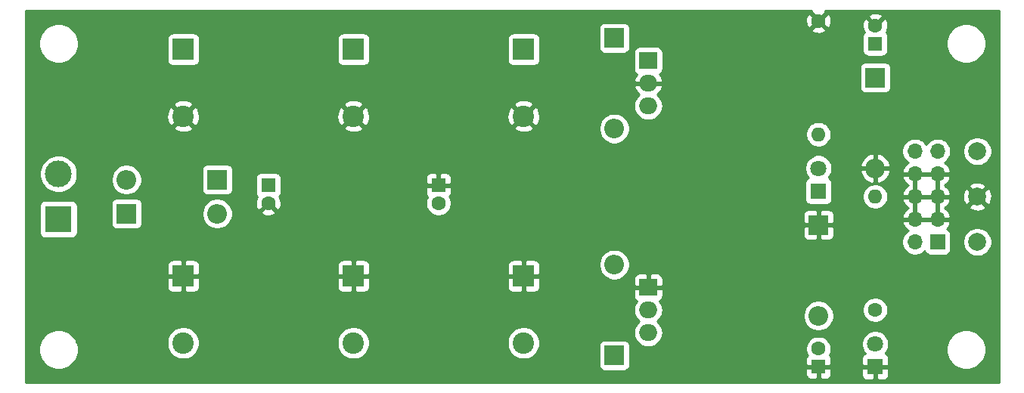
<source format=gbr>
%TF.GenerationSoftware,KiCad,Pcbnew,(5.1.7)-1*%
%TF.CreationDate,2020-10-26T00:04:38+01:00*%
%TF.ProjectId,PSU,5053552e-6b69-4636-9164-5f7063625858,rev?*%
%TF.SameCoordinates,Original*%
%TF.FileFunction,Copper,L1,Top*%
%TF.FilePolarity,Positive*%
%FSLAX46Y46*%
G04 Gerber Fmt 4.6, Leading zero omitted, Abs format (unit mm)*
G04 Created by KiCad (PCBNEW (5.1.7)-1) date 2020-10-26 00:04:38*
%MOMM*%
%LPD*%
G01*
G04 APERTURE LIST*
%TA.AperFunction,ComponentPad*%
%ADD10C,1.600000*%
%TD*%
%TA.AperFunction,ComponentPad*%
%ADD11R,1.600000X1.600000*%
%TD*%
%TA.AperFunction,ComponentPad*%
%ADD12C,2.400000*%
%TD*%
%TA.AperFunction,ComponentPad*%
%ADD13R,2.400000X2.400000*%
%TD*%
%TA.AperFunction,ComponentPad*%
%ADD14C,1.800000*%
%TD*%
%TA.AperFunction,ComponentPad*%
%ADD15R,1.800000X1.800000*%
%TD*%
%TA.AperFunction,ComponentPad*%
%ADD16R,3.000000X3.000000*%
%TD*%
%TA.AperFunction,ComponentPad*%
%ADD17C,3.000000*%
%TD*%
%TA.AperFunction,ComponentPad*%
%ADD18R,1.700000X1.700000*%
%TD*%
%TA.AperFunction,ComponentPad*%
%ADD19O,1.700000X1.700000*%
%TD*%
%TA.AperFunction,ComponentPad*%
%ADD20O,2.000000X1.905000*%
%TD*%
%TA.AperFunction,ComponentPad*%
%ADD21R,2.000000X1.905000*%
%TD*%
%TA.AperFunction,ComponentPad*%
%ADD22O,1.600000X1.600000*%
%TD*%
%TA.AperFunction,ComponentPad*%
%ADD23O,2.200000X2.200000*%
%TD*%
%TA.AperFunction,ComponentPad*%
%ADD24R,2.200000X2.200000*%
%TD*%
%TA.AperFunction,ComponentPad*%
%ADD25C,2.000000*%
%TD*%
%TA.AperFunction,Conductor*%
%ADD26C,0.254000*%
%TD*%
%TA.AperFunction,Conductor*%
%ADD27C,0.100000*%
%TD*%
G04 APERTURE END LIST*
D10*
%TO.P,C1,2*%
%TO.N,GND*%
X78740000Y-73120000D03*
D11*
%TO.P,C1,1*%
%TO.N,Net-(C1-Pad1)*%
X78740000Y-71120000D03*
%TD*%
D12*
%TO.P,C2,2*%
%TO.N,GND*%
X69215000Y-63380000D03*
D13*
%TO.P,C2,1*%
%TO.N,Net-(C1-Pad1)*%
X69215000Y-55880000D03*
%TD*%
D12*
%TO.P,C3,2*%
%TO.N,GND*%
X88265000Y-63380000D03*
D13*
%TO.P,C3,1*%
%TO.N,Net-(C1-Pad1)*%
X88265000Y-55880000D03*
%TD*%
%TO.P,C4,1*%
%TO.N,Net-(C1-Pad1)*%
X107315000Y-55880000D03*
D12*
%TO.P,C4,2*%
%TO.N,GND*%
X107315000Y-63380000D03*
%TD*%
D11*
%TO.P,C5,1*%
%TO.N,GND*%
X97790000Y-71120000D03*
D10*
%TO.P,C5,2*%
%TO.N,Net-(C5-Pad2)*%
X97790000Y-73120000D03*
%TD*%
D13*
%TO.P,C6,1*%
%TO.N,GND*%
X69215000Y-81280000D03*
D12*
%TO.P,C6,2*%
%TO.N,Net-(C5-Pad2)*%
X69215000Y-88780000D03*
%TD*%
D13*
%TO.P,C7,1*%
%TO.N,GND*%
X88265000Y-81280000D03*
D12*
%TO.P,C7,2*%
%TO.N,Net-(C5-Pad2)*%
X88265000Y-88780000D03*
%TD*%
%TO.P,C8,2*%
%TO.N,Net-(C5-Pad2)*%
X107315000Y-88780000D03*
D13*
%TO.P,C8,1*%
%TO.N,GND*%
X107315000Y-81280000D03*
%TD*%
D10*
%TO.P,C9,2*%
%TO.N,GND*%
X146685000Y-53245000D03*
D11*
%TO.P,C9,1*%
%TO.N,Net-(C9-Pad1)*%
X146685000Y-55245000D03*
%TD*%
%TO.P,C10,1*%
%TO.N,GND*%
X140335000Y-91440000D03*
D10*
%TO.P,C10,2*%
%TO.N,Net-(C10-Pad2)*%
X140335000Y-89440000D03*
%TD*%
D14*
%TO.P,D7,2*%
%TO.N,Net-(D7-Pad2)*%
X146685000Y-88900000D03*
D15*
%TO.P,D7,1*%
%TO.N,GND*%
X146685000Y-91440000D03*
%TD*%
%TO.P,D8,1*%
%TO.N,Net-(C10-Pad2)*%
X140335000Y-71755000D03*
D14*
%TO.P,D8,2*%
%TO.N,Net-(D8-Pad2)*%
X140335000Y-69215000D03*
%TD*%
D16*
%TO.P,J1,1*%
%TO.N,Net-(D1-Pad1)*%
X55245000Y-74930000D03*
D17*
%TO.P,J1,2*%
%TO.N,Net-(D2-Pad2)*%
X55245000Y-69850000D03*
%TD*%
D18*
%TO.P,J2,1*%
%TO.N,Net-(C10-Pad2)*%
X153670000Y-77470000D03*
D19*
%TO.P,J2,2*%
X151130000Y-77470000D03*
%TO.P,J2,3*%
%TO.N,GND*%
X153670000Y-74930000D03*
%TO.P,J2,4*%
X151130000Y-74930000D03*
%TO.P,J2,5*%
X153670000Y-72390000D03*
%TO.P,J2,6*%
X151130000Y-72390000D03*
%TO.P,J2,7*%
X153670000Y-69850000D03*
%TO.P,J2,8*%
X151130000Y-69850000D03*
%TO.P,J2,9*%
%TO.N,Net-(C9-Pad1)*%
X153670000Y-67310000D03*
%TO.P,J2,10*%
X151130000Y-67310000D03*
%TD*%
D20*
%TO.P,U1,3*%
%TO.N,Net-(C9-Pad1)*%
X121285000Y-62230000D03*
%TO.P,U1,2*%
%TO.N,GND*%
X121285000Y-59690000D03*
D21*
%TO.P,U1,1*%
%TO.N,Net-(C1-Pad1)*%
X121285000Y-57150000D03*
%TD*%
%TO.P,U2,1*%
%TO.N,GND*%
X121285000Y-82550000D03*
D20*
%TO.P,U2,2*%
%TO.N,Net-(C5-Pad2)*%
X121285000Y-85090000D03*
%TO.P,U2,3*%
%TO.N,Net-(C10-Pad2)*%
X121285000Y-87630000D03*
%TD*%
D22*
%TO.P,R1,2*%
%TO.N,Net-(D8-Pad2)*%
X140335000Y-65405000D03*
D10*
%TO.P,R1,1*%
%TO.N,GND*%
X140335000Y-52705000D03*
%TD*%
%TO.P,R2,1*%
%TO.N,Net-(D7-Pad2)*%
X146685000Y-85090000D03*
D22*
%TO.P,R2,2*%
%TO.N,Net-(C9-Pad1)*%
X146685000Y-72390000D03*
%TD*%
D23*
%TO.P,D1,2*%
%TO.N,Net-(C5-Pad2)*%
X73025000Y-74295000D03*
D24*
%TO.P,D1,1*%
%TO.N,Net-(D1-Pad1)*%
X62865000Y-74295000D03*
%TD*%
%TO.P,D2,1*%
%TO.N,Net-(C1-Pad1)*%
X73025000Y-70485000D03*
D23*
%TO.P,D2,2*%
%TO.N,Net-(D2-Pad2)*%
X62865000Y-70485000D03*
%TD*%
D24*
%TO.P,D3,1*%
%TO.N,Net-(C1-Pad1)*%
X117475000Y-54610000D03*
D23*
%TO.P,D3,2*%
%TO.N,Net-(C9-Pad1)*%
X117475000Y-64770000D03*
%TD*%
%TO.P,D4,2*%
%TO.N,Net-(C5-Pad2)*%
X117475000Y-80010000D03*
D24*
%TO.P,D4,1*%
%TO.N,Net-(C10-Pad2)*%
X117475000Y-90170000D03*
%TD*%
D23*
%TO.P,D5,2*%
%TO.N,Net-(C10-Pad2)*%
X140335000Y-85725000D03*
D24*
%TO.P,D5,1*%
%TO.N,GND*%
X140335000Y-75565000D03*
%TD*%
%TO.P,D6,1*%
%TO.N,Net-(C9-Pad1)*%
X146685000Y-59055000D03*
D23*
%TO.P,D6,2*%
%TO.N,GND*%
X146685000Y-69215000D03*
%TD*%
D25*
%TO.P,TP1,1*%
%TO.N,Net-(C9-Pad1)*%
X158115000Y-67310000D03*
%TD*%
%TO.P,TP2,1*%
%TO.N,GND*%
X158115000Y-72390000D03*
%TD*%
%TO.P,TP3,1*%
%TO.N,Net-(C10-Pad2)*%
X158115000Y-77470000D03*
%TD*%
D26*
%TO.N,GND*%
X139521903Y-51712298D02*
X140335000Y-52525395D01*
X141148097Y-51712298D01*
X141103998Y-51562000D01*
X160528000Y-51562000D01*
X160528000Y-93218000D01*
X51562000Y-93218000D01*
X51562000Y-92240000D01*
X138896928Y-92240000D01*
X138909188Y-92364482D01*
X138945498Y-92484180D01*
X139004463Y-92594494D01*
X139083815Y-92691185D01*
X139180506Y-92770537D01*
X139290820Y-92829502D01*
X139410518Y-92865812D01*
X139535000Y-92878072D01*
X140049250Y-92875000D01*
X140208000Y-92716250D01*
X140208000Y-91567000D01*
X140462000Y-91567000D01*
X140462000Y-92716250D01*
X140620750Y-92875000D01*
X141135000Y-92878072D01*
X141259482Y-92865812D01*
X141379180Y-92829502D01*
X141489494Y-92770537D01*
X141586185Y-92691185D01*
X141665537Y-92594494D01*
X141724502Y-92484180D01*
X141760812Y-92364482D01*
X141763223Y-92340000D01*
X145146928Y-92340000D01*
X145159188Y-92464482D01*
X145195498Y-92584180D01*
X145254463Y-92694494D01*
X145333815Y-92791185D01*
X145430506Y-92870537D01*
X145540820Y-92929502D01*
X145660518Y-92965812D01*
X145785000Y-92978072D01*
X146399250Y-92975000D01*
X146558000Y-92816250D01*
X146558000Y-91567000D01*
X146812000Y-91567000D01*
X146812000Y-92816250D01*
X146970750Y-92975000D01*
X147585000Y-92978072D01*
X147709482Y-92965812D01*
X147829180Y-92929502D01*
X147939494Y-92870537D01*
X148036185Y-92791185D01*
X148115537Y-92694494D01*
X148174502Y-92584180D01*
X148210812Y-92464482D01*
X148223072Y-92340000D01*
X148220000Y-91725750D01*
X148061250Y-91567000D01*
X146812000Y-91567000D01*
X146558000Y-91567000D01*
X145308750Y-91567000D01*
X145150000Y-91725750D01*
X145146928Y-92340000D01*
X141763223Y-92340000D01*
X141773072Y-92240000D01*
X141770000Y-91725750D01*
X141611250Y-91567000D01*
X140462000Y-91567000D01*
X140208000Y-91567000D01*
X139058750Y-91567000D01*
X138900000Y-91725750D01*
X138896928Y-92240000D01*
X51562000Y-92240000D01*
X51562000Y-89314872D01*
X53010000Y-89314872D01*
X53010000Y-89755128D01*
X53095890Y-90186925D01*
X53264369Y-90593669D01*
X53508962Y-90959729D01*
X53820271Y-91271038D01*
X54186331Y-91515631D01*
X54593075Y-91684110D01*
X55024872Y-91770000D01*
X55465128Y-91770000D01*
X55896925Y-91684110D01*
X56303669Y-91515631D01*
X56669729Y-91271038D01*
X56981038Y-90959729D01*
X57225631Y-90593669D01*
X57394110Y-90186925D01*
X57480000Y-89755128D01*
X57480000Y-89314872D01*
X57394110Y-88883075D01*
X57276554Y-88599268D01*
X67380000Y-88599268D01*
X67380000Y-88960732D01*
X67450518Y-89315250D01*
X67588844Y-89649199D01*
X67789662Y-89949744D01*
X68045256Y-90205338D01*
X68345801Y-90406156D01*
X68679750Y-90544482D01*
X69034268Y-90615000D01*
X69395732Y-90615000D01*
X69750250Y-90544482D01*
X70084199Y-90406156D01*
X70384744Y-90205338D01*
X70640338Y-89949744D01*
X70841156Y-89649199D01*
X70979482Y-89315250D01*
X71050000Y-88960732D01*
X71050000Y-88599268D01*
X86430000Y-88599268D01*
X86430000Y-88960732D01*
X86500518Y-89315250D01*
X86638844Y-89649199D01*
X86839662Y-89949744D01*
X87095256Y-90205338D01*
X87395801Y-90406156D01*
X87729750Y-90544482D01*
X88084268Y-90615000D01*
X88445732Y-90615000D01*
X88800250Y-90544482D01*
X89134199Y-90406156D01*
X89434744Y-90205338D01*
X89690338Y-89949744D01*
X89891156Y-89649199D01*
X90029482Y-89315250D01*
X90100000Y-88960732D01*
X90100000Y-88599268D01*
X105480000Y-88599268D01*
X105480000Y-88960732D01*
X105550518Y-89315250D01*
X105688844Y-89649199D01*
X105889662Y-89949744D01*
X106145256Y-90205338D01*
X106445801Y-90406156D01*
X106779750Y-90544482D01*
X107134268Y-90615000D01*
X107495732Y-90615000D01*
X107850250Y-90544482D01*
X108184199Y-90406156D01*
X108484744Y-90205338D01*
X108740338Y-89949744D01*
X108941156Y-89649199D01*
X109079482Y-89315250D01*
X109128265Y-89070000D01*
X115736928Y-89070000D01*
X115736928Y-91270000D01*
X115749188Y-91394482D01*
X115785498Y-91514180D01*
X115844463Y-91624494D01*
X115923815Y-91721185D01*
X116020506Y-91800537D01*
X116130820Y-91859502D01*
X116250518Y-91895812D01*
X116375000Y-91908072D01*
X118575000Y-91908072D01*
X118699482Y-91895812D01*
X118819180Y-91859502D01*
X118929494Y-91800537D01*
X119026185Y-91721185D01*
X119105537Y-91624494D01*
X119164502Y-91514180D01*
X119200812Y-91394482D01*
X119213072Y-91270000D01*
X119213072Y-90640000D01*
X138896928Y-90640000D01*
X138900000Y-91154250D01*
X139058750Y-91313000D01*
X140208000Y-91313000D01*
X140208000Y-91293000D01*
X140462000Y-91293000D01*
X140462000Y-91313000D01*
X141611250Y-91313000D01*
X141770000Y-91154250D01*
X141773072Y-90640000D01*
X141763224Y-90540000D01*
X145146928Y-90540000D01*
X145150000Y-91154250D01*
X145308750Y-91313000D01*
X146558000Y-91313000D01*
X146558000Y-91293000D01*
X146812000Y-91293000D01*
X146812000Y-91313000D01*
X148061250Y-91313000D01*
X148220000Y-91154250D01*
X148223072Y-90540000D01*
X148210812Y-90415518D01*
X148174502Y-90295820D01*
X148115537Y-90185506D01*
X148036185Y-90088815D01*
X147939494Y-90009463D01*
X147829180Y-89950498D01*
X147810873Y-89944944D01*
X147877312Y-89878505D01*
X148045299Y-89627095D01*
X148161011Y-89347743D01*
X148167549Y-89314872D01*
X154610000Y-89314872D01*
X154610000Y-89755128D01*
X154695890Y-90186925D01*
X154864369Y-90593669D01*
X155108962Y-90959729D01*
X155420271Y-91271038D01*
X155786331Y-91515631D01*
X156193075Y-91684110D01*
X156624872Y-91770000D01*
X157065128Y-91770000D01*
X157496925Y-91684110D01*
X157903669Y-91515631D01*
X158269729Y-91271038D01*
X158581038Y-90959729D01*
X158825631Y-90593669D01*
X158994110Y-90186925D01*
X159080000Y-89755128D01*
X159080000Y-89314872D01*
X158994110Y-88883075D01*
X158825631Y-88476331D01*
X158581038Y-88110271D01*
X158269729Y-87798962D01*
X157903669Y-87554369D01*
X157496925Y-87385890D01*
X157065128Y-87300000D01*
X156624872Y-87300000D01*
X156193075Y-87385890D01*
X155786331Y-87554369D01*
X155420271Y-87798962D01*
X155108962Y-88110271D01*
X154864369Y-88476331D01*
X154695890Y-88883075D01*
X154610000Y-89314872D01*
X148167549Y-89314872D01*
X148220000Y-89051184D01*
X148220000Y-88748816D01*
X148161011Y-88452257D01*
X148045299Y-88172905D01*
X147877312Y-87921495D01*
X147663505Y-87707688D01*
X147412095Y-87539701D01*
X147132743Y-87423989D01*
X146836184Y-87365000D01*
X146533816Y-87365000D01*
X146237257Y-87423989D01*
X145957905Y-87539701D01*
X145706495Y-87707688D01*
X145492688Y-87921495D01*
X145324701Y-88172905D01*
X145208989Y-88452257D01*
X145150000Y-88748816D01*
X145150000Y-89051184D01*
X145208989Y-89347743D01*
X145324701Y-89627095D01*
X145492688Y-89878505D01*
X145559127Y-89944944D01*
X145540820Y-89950498D01*
X145430506Y-90009463D01*
X145333815Y-90088815D01*
X145254463Y-90185506D01*
X145195498Y-90295820D01*
X145159188Y-90415518D01*
X145146928Y-90540000D01*
X141763224Y-90540000D01*
X141760812Y-90515518D01*
X141724502Y-90395820D01*
X141665537Y-90285506D01*
X141586185Y-90188815D01*
X141569607Y-90175210D01*
X141606680Y-90119727D01*
X141714853Y-89858574D01*
X141770000Y-89581335D01*
X141770000Y-89298665D01*
X141714853Y-89021426D01*
X141606680Y-88760273D01*
X141449637Y-88525241D01*
X141249759Y-88325363D01*
X141014727Y-88168320D01*
X140753574Y-88060147D01*
X140476335Y-88005000D01*
X140193665Y-88005000D01*
X139916426Y-88060147D01*
X139655273Y-88168320D01*
X139420241Y-88325363D01*
X139220363Y-88525241D01*
X139063320Y-88760273D01*
X138955147Y-89021426D01*
X138900000Y-89298665D01*
X138900000Y-89581335D01*
X138955147Y-89858574D01*
X139063320Y-90119727D01*
X139100393Y-90175210D01*
X139083815Y-90188815D01*
X139004463Y-90285506D01*
X138945498Y-90395820D01*
X138909188Y-90515518D01*
X138896928Y-90640000D01*
X119213072Y-90640000D01*
X119213072Y-89070000D01*
X119200812Y-88945518D01*
X119164502Y-88825820D01*
X119105537Y-88715506D01*
X119026185Y-88618815D01*
X118929494Y-88539463D01*
X118819180Y-88480498D01*
X118699482Y-88444188D01*
X118575000Y-88431928D01*
X116375000Y-88431928D01*
X116250518Y-88444188D01*
X116130820Y-88480498D01*
X116020506Y-88539463D01*
X115923815Y-88618815D01*
X115844463Y-88715506D01*
X115785498Y-88825820D01*
X115749188Y-88945518D01*
X115736928Y-89070000D01*
X109128265Y-89070000D01*
X109150000Y-88960732D01*
X109150000Y-88599268D01*
X109079482Y-88244750D01*
X108941156Y-87910801D01*
X108740338Y-87610256D01*
X108484744Y-87354662D01*
X108184199Y-87153844D01*
X107850250Y-87015518D01*
X107495732Y-86945000D01*
X107134268Y-86945000D01*
X106779750Y-87015518D01*
X106445801Y-87153844D01*
X106145256Y-87354662D01*
X105889662Y-87610256D01*
X105688844Y-87910801D01*
X105550518Y-88244750D01*
X105480000Y-88599268D01*
X90100000Y-88599268D01*
X90029482Y-88244750D01*
X89891156Y-87910801D01*
X89690338Y-87610256D01*
X89434744Y-87354662D01*
X89134199Y-87153844D01*
X88800250Y-87015518D01*
X88445732Y-86945000D01*
X88084268Y-86945000D01*
X87729750Y-87015518D01*
X87395801Y-87153844D01*
X87095256Y-87354662D01*
X86839662Y-87610256D01*
X86638844Y-87910801D01*
X86500518Y-88244750D01*
X86430000Y-88599268D01*
X71050000Y-88599268D01*
X70979482Y-88244750D01*
X70841156Y-87910801D01*
X70640338Y-87610256D01*
X70384744Y-87354662D01*
X70084199Y-87153844D01*
X69750250Y-87015518D01*
X69395732Y-86945000D01*
X69034268Y-86945000D01*
X68679750Y-87015518D01*
X68345801Y-87153844D01*
X68045256Y-87354662D01*
X67789662Y-87610256D01*
X67588844Y-87910801D01*
X67450518Y-88244750D01*
X67380000Y-88599268D01*
X57276554Y-88599268D01*
X57225631Y-88476331D01*
X56981038Y-88110271D01*
X56669729Y-87798962D01*
X56303669Y-87554369D01*
X55896925Y-87385890D01*
X55465128Y-87300000D01*
X55024872Y-87300000D01*
X54593075Y-87385890D01*
X54186331Y-87554369D01*
X53820271Y-87798962D01*
X53508962Y-88110271D01*
X53264369Y-88476331D01*
X53095890Y-88883075D01*
X53010000Y-89314872D01*
X51562000Y-89314872D01*
X51562000Y-85090000D01*
X119642319Y-85090000D01*
X119672970Y-85401204D01*
X119763745Y-85700449D01*
X119911155Y-85976235D01*
X120109537Y-86217963D01*
X120282609Y-86360000D01*
X120109537Y-86502037D01*
X119911155Y-86743765D01*
X119763745Y-87019551D01*
X119672970Y-87318796D01*
X119642319Y-87630000D01*
X119672970Y-87941204D01*
X119763745Y-88240449D01*
X119911155Y-88516235D01*
X120109537Y-88757963D01*
X120351265Y-88956345D01*
X120627051Y-89103755D01*
X120926296Y-89194530D01*
X121159514Y-89217500D01*
X121410486Y-89217500D01*
X121643704Y-89194530D01*
X121942949Y-89103755D01*
X122218735Y-88956345D01*
X122460463Y-88757963D01*
X122658845Y-88516235D01*
X122806255Y-88240449D01*
X122897030Y-87941204D01*
X122927681Y-87630000D01*
X122897030Y-87318796D01*
X122806255Y-87019551D01*
X122658845Y-86743765D01*
X122460463Y-86502037D01*
X122287391Y-86360000D01*
X122460463Y-86217963D01*
X122658845Y-85976235D01*
X122806255Y-85700449D01*
X122850644Y-85554117D01*
X138600000Y-85554117D01*
X138600000Y-85895883D01*
X138666675Y-86231081D01*
X138797463Y-86546831D01*
X138987337Y-86830998D01*
X139229002Y-87072663D01*
X139513169Y-87262537D01*
X139828919Y-87393325D01*
X140164117Y-87460000D01*
X140505883Y-87460000D01*
X140841081Y-87393325D01*
X141156831Y-87262537D01*
X141440998Y-87072663D01*
X141682663Y-86830998D01*
X141872537Y-86546831D01*
X142003325Y-86231081D01*
X142070000Y-85895883D01*
X142070000Y-85554117D01*
X142003325Y-85218919D01*
X141891383Y-84948665D01*
X145250000Y-84948665D01*
X145250000Y-85231335D01*
X145305147Y-85508574D01*
X145413320Y-85769727D01*
X145570363Y-86004759D01*
X145770241Y-86204637D01*
X146005273Y-86361680D01*
X146266426Y-86469853D01*
X146543665Y-86525000D01*
X146826335Y-86525000D01*
X147103574Y-86469853D01*
X147364727Y-86361680D01*
X147599759Y-86204637D01*
X147799637Y-86004759D01*
X147956680Y-85769727D01*
X148064853Y-85508574D01*
X148120000Y-85231335D01*
X148120000Y-84948665D01*
X148064853Y-84671426D01*
X147956680Y-84410273D01*
X147799637Y-84175241D01*
X147599759Y-83975363D01*
X147364727Y-83818320D01*
X147103574Y-83710147D01*
X146826335Y-83655000D01*
X146543665Y-83655000D01*
X146266426Y-83710147D01*
X146005273Y-83818320D01*
X145770241Y-83975363D01*
X145570363Y-84175241D01*
X145413320Y-84410273D01*
X145305147Y-84671426D01*
X145250000Y-84948665D01*
X141891383Y-84948665D01*
X141872537Y-84903169D01*
X141682663Y-84619002D01*
X141440998Y-84377337D01*
X141156831Y-84187463D01*
X140841081Y-84056675D01*
X140505883Y-83990000D01*
X140164117Y-83990000D01*
X139828919Y-84056675D01*
X139513169Y-84187463D01*
X139229002Y-84377337D01*
X138987337Y-84619002D01*
X138797463Y-84903169D01*
X138666675Y-85218919D01*
X138600000Y-85554117D01*
X122850644Y-85554117D01*
X122897030Y-85401204D01*
X122927681Y-85090000D01*
X122897030Y-84778796D01*
X122806255Y-84479551D01*
X122658845Y-84203765D01*
X122555554Y-84077905D01*
X122639494Y-84033037D01*
X122736185Y-83953685D01*
X122815537Y-83856994D01*
X122874502Y-83746680D01*
X122910812Y-83626982D01*
X122923072Y-83502500D01*
X122920000Y-82835750D01*
X122761250Y-82677000D01*
X121412000Y-82677000D01*
X121412000Y-82697000D01*
X121158000Y-82697000D01*
X121158000Y-82677000D01*
X119808750Y-82677000D01*
X119650000Y-82835750D01*
X119646928Y-83502500D01*
X119659188Y-83626982D01*
X119695498Y-83746680D01*
X119754463Y-83856994D01*
X119833815Y-83953685D01*
X119930506Y-84033037D01*
X120014446Y-84077905D01*
X119911155Y-84203765D01*
X119763745Y-84479551D01*
X119672970Y-84778796D01*
X119642319Y-85090000D01*
X51562000Y-85090000D01*
X51562000Y-82480000D01*
X67376928Y-82480000D01*
X67389188Y-82604482D01*
X67425498Y-82724180D01*
X67484463Y-82834494D01*
X67563815Y-82931185D01*
X67660506Y-83010537D01*
X67770820Y-83069502D01*
X67890518Y-83105812D01*
X68015000Y-83118072D01*
X68929250Y-83115000D01*
X69088000Y-82956250D01*
X69088000Y-81407000D01*
X69342000Y-81407000D01*
X69342000Y-82956250D01*
X69500750Y-83115000D01*
X70415000Y-83118072D01*
X70539482Y-83105812D01*
X70659180Y-83069502D01*
X70769494Y-83010537D01*
X70866185Y-82931185D01*
X70945537Y-82834494D01*
X71004502Y-82724180D01*
X71040812Y-82604482D01*
X71053072Y-82480000D01*
X86426928Y-82480000D01*
X86439188Y-82604482D01*
X86475498Y-82724180D01*
X86534463Y-82834494D01*
X86613815Y-82931185D01*
X86710506Y-83010537D01*
X86820820Y-83069502D01*
X86940518Y-83105812D01*
X87065000Y-83118072D01*
X87979250Y-83115000D01*
X88138000Y-82956250D01*
X88138000Y-81407000D01*
X88392000Y-81407000D01*
X88392000Y-82956250D01*
X88550750Y-83115000D01*
X89465000Y-83118072D01*
X89589482Y-83105812D01*
X89709180Y-83069502D01*
X89819494Y-83010537D01*
X89916185Y-82931185D01*
X89995537Y-82834494D01*
X90054502Y-82724180D01*
X90090812Y-82604482D01*
X90103072Y-82480000D01*
X105476928Y-82480000D01*
X105489188Y-82604482D01*
X105525498Y-82724180D01*
X105584463Y-82834494D01*
X105663815Y-82931185D01*
X105760506Y-83010537D01*
X105870820Y-83069502D01*
X105990518Y-83105812D01*
X106115000Y-83118072D01*
X107029250Y-83115000D01*
X107188000Y-82956250D01*
X107188000Y-81407000D01*
X107442000Y-81407000D01*
X107442000Y-82956250D01*
X107600750Y-83115000D01*
X108515000Y-83118072D01*
X108639482Y-83105812D01*
X108759180Y-83069502D01*
X108869494Y-83010537D01*
X108966185Y-82931185D01*
X109045537Y-82834494D01*
X109104502Y-82724180D01*
X109140812Y-82604482D01*
X109153072Y-82480000D01*
X109150000Y-81565750D01*
X108991250Y-81407000D01*
X107442000Y-81407000D01*
X107188000Y-81407000D01*
X105638750Y-81407000D01*
X105480000Y-81565750D01*
X105476928Y-82480000D01*
X90103072Y-82480000D01*
X90100000Y-81565750D01*
X89941250Y-81407000D01*
X88392000Y-81407000D01*
X88138000Y-81407000D01*
X86588750Y-81407000D01*
X86430000Y-81565750D01*
X86426928Y-82480000D01*
X71053072Y-82480000D01*
X71050000Y-81565750D01*
X70891250Y-81407000D01*
X69342000Y-81407000D01*
X69088000Y-81407000D01*
X67538750Y-81407000D01*
X67380000Y-81565750D01*
X67376928Y-82480000D01*
X51562000Y-82480000D01*
X51562000Y-80080000D01*
X67376928Y-80080000D01*
X67380000Y-80994250D01*
X67538750Y-81153000D01*
X69088000Y-81153000D01*
X69088000Y-79603750D01*
X69342000Y-79603750D01*
X69342000Y-81153000D01*
X70891250Y-81153000D01*
X71050000Y-80994250D01*
X71053072Y-80080000D01*
X86426928Y-80080000D01*
X86430000Y-80994250D01*
X86588750Y-81153000D01*
X88138000Y-81153000D01*
X88138000Y-79603750D01*
X88392000Y-79603750D01*
X88392000Y-81153000D01*
X89941250Y-81153000D01*
X90100000Y-80994250D01*
X90103072Y-80080000D01*
X105476928Y-80080000D01*
X105480000Y-80994250D01*
X105638750Y-81153000D01*
X107188000Y-81153000D01*
X107188000Y-79603750D01*
X107442000Y-79603750D01*
X107442000Y-81153000D01*
X108991250Y-81153000D01*
X109150000Y-80994250D01*
X109153072Y-80080000D01*
X109140812Y-79955518D01*
X109105503Y-79839117D01*
X115740000Y-79839117D01*
X115740000Y-80180883D01*
X115806675Y-80516081D01*
X115937463Y-80831831D01*
X116127337Y-81115998D01*
X116369002Y-81357663D01*
X116653169Y-81547537D01*
X116968919Y-81678325D01*
X117304117Y-81745000D01*
X117645883Y-81745000D01*
X117981081Y-81678325D01*
X118176209Y-81597500D01*
X119646928Y-81597500D01*
X119650000Y-82264250D01*
X119808750Y-82423000D01*
X121158000Y-82423000D01*
X121158000Y-81121250D01*
X121412000Y-81121250D01*
X121412000Y-82423000D01*
X122761250Y-82423000D01*
X122920000Y-82264250D01*
X122923072Y-81597500D01*
X122910812Y-81473018D01*
X122874502Y-81353320D01*
X122815537Y-81243006D01*
X122736185Y-81146315D01*
X122639494Y-81066963D01*
X122529180Y-81007998D01*
X122409482Y-80971688D01*
X122285000Y-80959428D01*
X121570750Y-80962500D01*
X121412000Y-81121250D01*
X121158000Y-81121250D01*
X120999250Y-80962500D01*
X120285000Y-80959428D01*
X120160518Y-80971688D01*
X120040820Y-81007998D01*
X119930506Y-81066963D01*
X119833815Y-81146315D01*
X119754463Y-81243006D01*
X119695498Y-81353320D01*
X119659188Y-81473018D01*
X119646928Y-81597500D01*
X118176209Y-81597500D01*
X118296831Y-81547537D01*
X118580998Y-81357663D01*
X118822663Y-81115998D01*
X119012537Y-80831831D01*
X119143325Y-80516081D01*
X119210000Y-80180883D01*
X119210000Y-79839117D01*
X119143325Y-79503919D01*
X119012537Y-79188169D01*
X118822663Y-78904002D01*
X118580998Y-78662337D01*
X118296831Y-78472463D01*
X117981081Y-78341675D01*
X117645883Y-78275000D01*
X117304117Y-78275000D01*
X116968919Y-78341675D01*
X116653169Y-78472463D01*
X116369002Y-78662337D01*
X116127337Y-78904002D01*
X115937463Y-79188169D01*
X115806675Y-79503919D01*
X115740000Y-79839117D01*
X109105503Y-79839117D01*
X109104502Y-79835820D01*
X109045537Y-79725506D01*
X108966185Y-79628815D01*
X108869494Y-79549463D01*
X108759180Y-79490498D01*
X108639482Y-79454188D01*
X108515000Y-79441928D01*
X107600750Y-79445000D01*
X107442000Y-79603750D01*
X107188000Y-79603750D01*
X107029250Y-79445000D01*
X106115000Y-79441928D01*
X105990518Y-79454188D01*
X105870820Y-79490498D01*
X105760506Y-79549463D01*
X105663815Y-79628815D01*
X105584463Y-79725506D01*
X105525498Y-79835820D01*
X105489188Y-79955518D01*
X105476928Y-80080000D01*
X90103072Y-80080000D01*
X90090812Y-79955518D01*
X90054502Y-79835820D01*
X89995537Y-79725506D01*
X89916185Y-79628815D01*
X89819494Y-79549463D01*
X89709180Y-79490498D01*
X89589482Y-79454188D01*
X89465000Y-79441928D01*
X88550750Y-79445000D01*
X88392000Y-79603750D01*
X88138000Y-79603750D01*
X87979250Y-79445000D01*
X87065000Y-79441928D01*
X86940518Y-79454188D01*
X86820820Y-79490498D01*
X86710506Y-79549463D01*
X86613815Y-79628815D01*
X86534463Y-79725506D01*
X86475498Y-79835820D01*
X86439188Y-79955518D01*
X86426928Y-80080000D01*
X71053072Y-80080000D01*
X71040812Y-79955518D01*
X71004502Y-79835820D01*
X70945537Y-79725506D01*
X70866185Y-79628815D01*
X70769494Y-79549463D01*
X70659180Y-79490498D01*
X70539482Y-79454188D01*
X70415000Y-79441928D01*
X69500750Y-79445000D01*
X69342000Y-79603750D01*
X69088000Y-79603750D01*
X68929250Y-79445000D01*
X68015000Y-79441928D01*
X67890518Y-79454188D01*
X67770820Y-79490498D01*
X67660506Y-79549463D01*
X67563815Y-79628815D01*
X67484463Y-79725506D01*
X67425498Y-79835820D01*
X67389188Y-79955518D01*
X67376928Y-80080000D01*
X51562000Y-80080000D01*
X51562000Y-77323740D01*
X149645000Y-77323740D01*
X149645000Y-77616260D01*
X149702068Y-77903158D01*
X149814010Y-78173411D01*
X149976525Y-78416632D01*
X150183368Y-78623475D01*
X150426589Y-78785990D01*
X150696842Y-78897932D01*
X150983740Y-78955000D01*
X151276260Y-78955000D01*
X151563158Y-78897932D01*
X151833411Y-78785990D01*
X152076632Y-78623475D01*
X152208487Y-78491620D01*
X152230498Y-78564180D01*
X152289463Y-78674494D01*
X152368815Y-78771185D01*
X152465506Y-78850537D01*
X152575820Y-78909502D01*
X152695518Y-78945812D01*
X152820000Y-78958072D01*
X154520000Y-78958072D01*
X154644482Y-78945812D01*
X154764180Y-78909502D01*
X154874494Y-78850537D01*
X154971185Y-78771185D01*
X155050537Y-78674494D01*
X155109502Y-78564180D01*
X155145812Y-78444482D01*
X155158072Y-78320000D01*
X155158072Y-77308967D01*
X156480000Y-77308967D01*
X156480000Y-77631033D01*
X156542832Y-77946912D01*
X156666082Y-78244463D01*
X156845013Y-78512252D01*
X157072748Y-78739987D01*
X157340537Y-78918918D01*
X157638088Y-79042168D01*
X157953967Y-79105000D01*
X158276033Y-79105000D01*
X158591912Y-79042168D01*
X158889463Y-78918918D01*
X159157252Y-78739987D01*
X159384987Y-78512252D01*
X159563918Y-78244463D01*
X159687168Y-77946912D01*
X159750000Y-77631033D01*
X159750000Y-77308967D01*
X159687168Y-76993088D01*
X159563918Y-76695537D01*
X159384987Y-76427748D01*
X159157252Y-76200013D01*
X158889463Y-76021082D01*
X158591912Y-75897832D01*
X158276033Y-75835000D01*
X157953967Y-75835000D01*
X157638088Y-75897832D01*
X157340537Y-76021082D01*
X157072748Y-76200013D01*
X156845013Y-76427748D01*
X156666082Y-76695537D01*
X156542832Y-76993088D01*
X156480000Y-77308967D01*
X155158072Y-77308967D01*
X155158072Y-76620000D01*
X155145812Y-76495518D01*
X155109502Y-76375820D01*
X155050537Y-76265506D01*
X154971185Y-76168815D01*
X154874494Y-76089463D01*
X154764180Y-76030498D01*
X154683534Y-76006034D01*
X154767588Y-75930269D01*
X154941641Y-75696920D01*
X155066825Y-75434099D01*
X155111476Y-75286890D01*
X154990155Y-75057000D01*
X153797000Y-75057000D01*
X153797000Y-75077000D01*
X153543000Y-75077000D01*
X153543000Y-75057000D01*
X151257000Y-75057000D01*
X151257000Y-75077000D01*
X151003000Y-75077000D01*
X151003000Y-75057000D01*
X149809845Y-75057000D01*
X149688524Y-75286890D01*
X149733175Y-75434099D01*
X149858359Y-75696920D01*
X150032412Y-75930269D01*
X150248645Y-76125178D01*
X150365534Y-76194805D01*
X150183368Y-76316525D01*
X149976525Y-76523368D01*
X149814010Y-76766589D01*
X149702068Y-77036842D01*
X149645000Y-77323740D01*
X51562000Y-77323740D01*
X51562000Y-73430000D01*
X53106928Y-73430000D01*
X53106928Y-76430000D01*
X53119188Y-76554482D01*
X53155498Y-76674180D01*
X53214463Y-76784494D01*
X53293815Y-76881185D01*
X53390506Y-76960537D01*
X53500820Y-77019502D01*
X53620518Y-77055812D01*
X53745000Y-77068072D01*
X56745000Y-77068072D01*
X56869482Y-77055812D01*
X56989180Y-77019502D01*
X57099494Y-76960537D01*
X57196185Y-76881185D01*
X57275537Y-76784494D01*
X57334502Y-76674180D01*
X57337286Y-76665000D01*
X138596928Y-76665000D01*
X138609188Y-76789482D01*
X138645498Y-76909180D01*
X138704463Y-77019494D01*
X138783815Y-77116185D01*
X138880506Y-77195537D01*
X138990820Y-77254502D01*
X139110518Y-77290812D01*
X139235000Y-77303072D01*
X140049250Y-77300000D01*
X140208000Y-77141250D01*
X140208000Y-75692000D01*
X140462000Y-75692000D01*
X140462000Y-77141250D01*
X140620750Y-77300000D01*
X141435000Y-77303072D01*
X141559482Y-77290812D01*
X141679180Y-77254502D01*
X141789494Y-77195537D01*
X141886185Y-77116185D01*
X141965537Y-77019494D01*
X142024502Y-76909180D01*
X142060812Y-76789482D01*
X142073072Y-76665000D01*
X142070000Y-75850750D01*
X141911250Y-75692000D01*
X140462000Y-75692000D01*
X140208000Y-75692000D01*
X138758750Y-75692000D01*
X138600000Y-75850750D01*
X138596928Y-76665000D01*
X57337286Y-76665000D01*
X57370812Y-76554482D01*
X57383072Y-76430000D01*
X57383072Y-73430000D01*
X57370812Y-73305518D01*
X57337287Y-73195000D01*
X61126928Y-73195000D01*
X61126928Y-75395000D01*
X61139188Y-75519482D01*
X61175498Y-75639180D01*
X61234463Y-75749494D01*
X61313815Y-75846185D01*
X61410506Y-75925537D01*
X61520820Y-75984502D01*
X61640518Y-76020812D01*
X61765000Y-76033072D01*
X63965000Y-76033072D01*
X64089482Y-76020812D01*
X64209180Y-75984502D01*
X64319494Y-75925537D01*
X64416185Y-75846185D01*
X64495537Y-75749494D01*
X64554502Y-75639180D01*
X64590812Y-75519482D01*
X64603072Y-75395000D01*
X64603072Y-74124117D01*
X71290000Y-74124117D01*
X71290000Y-74465883D01*
X71356675Y-74801081D01*
X71487463Y-75116831D01*
X71677337Y-75400998D01*
X71919002Y-75642663D01*
X72203169Y-75832537D01*
X72518919Y-75963325D01*
X72854117Y-76030000D01*
X73195883Y-76030000D01*
X73531081Y-75963325D01*
X73846831Y-75832537D01*
X74130998Y-75642663D01*
X74372663Y-75400998D01*
X74562537Y-75116831D01*
X74693325Y-74801081D01*
X74760000Y-74465883D01*
X74760000Y-74124117D01*
X74757730Y-74112702D01*
X77926903Y-74112702D01*
X77998486Y-74356671D01*
X78253996Y-74477571D01*
X78528184Y-74546300D01*
X78810512Y-74560217D01*
X79090130Y-74518787D01*
X79356292Y-74423603D01*
X79481514Y-74356671D01*
X79553097Y-74112702D01*
X78740000Y-73299605D01*
X77926903Y-74112702D01*
X74757730Y-74112702D01*
X74693325Y-73788919D01*
X74562537Y-73473169D01*
X74373672Y-73190512D01*
X77299783Y-73190512D01*
X77341213Y-73470130D01*
X77436397Y-73736292D01*
X77503329Y-73861514D01*
X77747298Y-73933097D01*
X78560395Y-73120000D01*
X78546253Y-73105858D01*
X78725858Y-72926253D01*
X78740000Y-72940395D01*
X78754143Y-72926253D01*
X78933748Y-73105858D01*
X78919605Y-73120000D01*
X79732702Y-73933097D01*
X79976671Y-73861514D01*
X80097571Y-73606004D01*
X80166300Y-73331816D01*
X80180217Y-73049488D01*
X80138787Y-72769870D01*
X80043603Y-72503708D01*
X79978384Y-72381691D01*
X79991185Y-72371185D01*
X80070537Y-72274494D01*
X80129502Y-72164180D01*
X80165812Y-72044482D01*
X80178072Y-71920000D01*
X96351928Y-71920000D01*
X96364188Y-72044482D01*
X96400498Y-72164180D01*
X96459463Y-72274494D01*
X96538815Y-72371185D01*
X96555393Y-72384790D01*
X96518320Y-72440273D01*
X96410147Y-72701426D01*
X96355000Y-72978665D01*
X96355000Y-73261335D01*
X96410147Y-73538574D01*
X96518320Y-73799727D01*
X96675363Y-74034759D01*
X96875241Y-74234637D01*
X97110273Y-74391680D01*
X97371426Y-74499853D01*
X97648665Y-74555000D01*
X97931335Y-74555000D01*
X98208574Y-74499853D01*
X98292716Y-74465000D01*
X138596928Y-74465000D01*
X138600000Y-75279250D01*
X138758750Y-75438000D01*
X140208000Y-75438000D01*
X140208000Y-73988750D01*
X140462000Y-73988750D01*
X140462000Y-75438000D01*
X141911250Y-75438000D01*
X142070000Y-75279250D01*
X142073072Y-74465000D01*
X142060812Y-74340518D01*
X142024502Y-74220820D01*
X141965537Y-74110506D01*
X141886185Y-74013815D01*
X141789494Y-73934463D01*
X141679180Y-73875498D01*
X141559482Y-73839188D01*
X141435000Y-73826928D01*
X140620750Y-73830000D01*
X140462000Y-73988750D01*
X140208000Y-73988750D01*
X140049250Y-73830000D01*
X139235000Y-73826928D01*
X139110518Y-73839188D01*
X138990820Y-73875498D01*
X138880506Y-73934463D01*
X138783815Y-74013815D01*
X138704463Y-74110506D01*
X138645498Y-74220820D01*
X138609188Y-74340518D01*
X138596928Y-74465000D01*
X98292716Y-74465000D01*
X98469727Y-74391680D01*
X98704759Y-74234637D01*
X98904637Y-74034759D01*
X99061680Y-73799727D01*
X99169853Y-73538574D01*
X99225000Y-73261335D01*
X99225000Y-72978665D01*
X99169853Y-72701426D01*
X99061680Y-72440273D01*
X99024607Y-72384790D01*
X99041185Y-72371185D01*
X99120537Y-72274494D01*
X99179502Y-72164180D01*
X99215812Y-72044482D01*
X99228072Y-71920000D01*
X99225000Y-71405750D01*
X99066250Y-71247000D01*
X97917000Y-71247000D01*
X97917000Y-71267000D01*
X97663000Y-71267000D01*
X97663000Y-71247000D01*
X96513750Y-71247000D01*
X96355000Y-71405750D01*
X96351928Y-71920000D01*
X80178072Y-71920000D01*
X80178072Y-70320000D01*
X96351928Y-70320000D01*
X96355000Y-70834250D01*
X96513750Y-70993000D01*
X97663000Y-70993000D01*
X97663000Y-69843750D01*
X97917000Y-69843750D01*
X97917000Y-70993000D01*
X99066250Y-70993000D01*
X99204250Y-70855000D01*
X138796928Y-70855000D01*
X138796928Y-72655000D01*
X138809188Y-72779482D01*
X138845498Y-72899180D01*
X138904463Y-73009494D01*
X138983815Y-73106185D01*
X139080506Y-73185537D01*
X139190820Y-73244502D01*
X139310518Y-73280812D01*
X139435000Y-73293072D01*
X141235000Y-73293072D01*
X141359482Y-73280812D01*
X141479180Y-73244502D01*
X141589494Y-73185537D01*
X141686185Y-73106185D01*
X141765537Y-73009494D01*
X141824502Y-72899180D01*
X141860812Y-72779482D01*
X141873072Y-72655000D01*
X141873072Y-72248665D01*
X145250000Y-72248665D01*
X145250000Y-72531335D01*
X145305147Y-72808574D01*
X145413320Y-73069727D01*
X145570363Y-73304759D01*
X145770241Y-73504637D01*
X146005273Y-73661680D01*
X146266426Y-73769853D01*
X146543665Y-73825000D01*
X146826335Y-73825000D01*
X147103574Y-73769853D01*
X147364727Y-73661680D01*
X147599759Y-73504637D01*
X147799637Y-73304759D01*
X147956680Y-73069727D01*
X148064853Y-72808574D01*
X148077122Y-72746890D01*
X149688524Y-72746890D01*
X149733175Y-72894099D01*
X149858359Y-73156920D01*
X150032412Y-73390269D01*
X150248645Y-73585178D01*
X150374255Y-73660000D01*
X150248645Y-73734822D01*
X150032412Y-73929731D01*
X149858359Y-74163080D01*
X149733175Y-74425901D01*
X149688524Y-74573110D01*
X149809845Y-74803000D01*
X151003000Y-74803000D01*
X151003000Y-72517000D01*
X151257000Y-72517000D01*
X151257000Y-74803000D01*
X153543000Y-74803000D01*
X153543000Y-72517000D01*
X153797000Y-72517000D01*
X153797000Y-74803000D01*
X154990155Y-74803000D01*
X155111476Y-74573110D01*
X155066825Y-74425901D01*
X154941641Y-74163080D01*
X154767588Y-73929731D01*
X154551355Y-73734822D01*
X154425745Y-73660000D01*
X154551355Y-73585178D01*
X154617658Y-73525413D01*
X157159192Y-73525413D01*
X157254956Y-73789814D01*
X157544571Y-73930704D01*
X157856108Y-74012384D01*
X158177595Y-74031718D01*
X158496675Y-73987961D01*
X158801088Y-73882795D01*
X158975044Y-73789814D01*
X159070808Y-73525413D01*
X158115000Y-72569605D01*
X157159192Y-73525413D01*
X154617658Y-73525413D01*
X154767588Y-73390269D01*
X154941641Y-73156920D01*
X155066825Y-72894099D01*
X155111476Y-72746890D01*
X154990155Y-72517000D01*
X153797000Y-72517000D01*
X153543000Y-72517000D01*
X151257000Y-72517000D01*
X151003000Y-72517000D01*
X149809845Y-72517000D01*
X149688524Y-72746890D01*
X148077122Y-72746890D01*
X148120000Y-72531335D01*
X148120000Y-72452595D01*
X156473282Y-72452595D01*
X156517039Y-72771675D01*
X156622205Y-73076088D01*
X156715186Y-73250044D01*
X156979587Y-73345808D01*
X157935395Y-72390000D01*
X158294605Y-72390000D01*
X159250413Y-73345808D01*
X159514814Y-73250044D01*
X159655704Y-72960429D01*
X159737384Y-72648892D01*
X159756718Y-72327405D01*
X159712961Y-72008325D01*
X159607795Y-71703912D01*
X159514814Y-71529956D01*
X159250413Y-71434192D01*
X158294605Y-72390000D01*
X157935395Y-72390000D01*
X156979587Y-71434192D01*
X156715186Y-71529956D01*
X156574296Y-71819571D01*
X156492616Y-72131108D01*
X156473282Y-72452595D01*
X148120000Y-72452595D01*
X148120000Y-72248665D01*
X148064853Y-71971426D01*
X147956680Y-71710273D01*
X147799637Y-71475241D01*
X147599759Y-71275363D01*
X147364727Y-71118320D01*
X147103574Y-71010147D01*
X146826335Y-70955000D01*
X146543665Y-70955000D01*
X146266426Y-71010147D01*
X146005273Y-71118320D01*
X145770241Y-71275363D01*
X145570363Y-71475241D01*
X145413320Y-71710273D01*
X145305147Y-71971426D01*
X145250000Y-72248665D01*
X141873072Y-72248665D01*
X141873072Y-70855000D01*
X141860812Y-70730518D01*
X141824502Y-70610820D01*
X141765537Y-70500506D01*
X141686185Y-70403815D01*
X141589494Y-70324463D01*
X141479180Y-70265498D01*
X141460873Y-70259944D01*
X141527312Y-70193505D01*
X141695299Y-69942095D01*
X141811011Y-69662743D01*
X141821278Y-69611123D01*
X144995821Y-69611123D01*
X145105558Y-69933054D01*
X145275992Y-70227391D01*
X145500573Y-70482822D01*
X145770671Y-70689531D01*
X146075906Y-70839575D01*
X146288878Y-70904175D01*
X146558000Y-70786125D01*
X146558000Y-69342000D01*
X146812000Y-69342000D01*
X146812000Y-70786125D01*
X147081122Y-70904175D01*
X147294094Y-70839575D01*
X147599329Y-70689531D01*
X147869427Y-70482822D01*
X148094008Y-70227391D01*
X148105878Y-70206890D01*
X149688524Y-70206890D01*
X149733175Y-70354099D01*
X149858359Y-70616920D01*
X150032412Y-70850269D01*
X150248645Y-71045178D01*
X150374255Y-71120000D01*
X150248645Y-71194822D01*
X150032412Y-71389731D01*
X149858359Y-71623080D01*
X149733175Y-71885901D01*
X149688524Y-72033110D01*
X149809845Y-72263000D01*
X151003000Y-72263000D01*
X151003000Y-69977000D01*
X151257000Y-69977000D01*
X151257000Y-72263000D01*
X153543000Y-72263000D01*
X153543000Y-69977000D01*
X153797000Y-69977000D01*
X153797000Y-72263000D01*
X154990155Y-72263000D01*
X155111476Y-72033110D01*
X155066825Y-71885901D01*
X154941641Y-71623080D01*
X154767588Y-71389731D01*
X154617659Y-71254587D01*
X157159192Y-71254587D01*
X158115000Y-72210395D01*
X159070808Y-71254587D01*
X158975044Y-70990186D01*
X158685429Y-70849296D01*
X158373892Y-70767616D01*
X158052405Y-70748282D01*
X157733325Y-70792039D01*
X157428912Y-70897205D01*
X157254956Y-70990186D01*
X157159192Y-71254587D01*
X154617659Y-71254587D01*
X154551355Y-71194822D01*
X154425745Y-71120000D01*
X154551355Y-71045178D01*
X154767588Y-70850269D01*
X154941641Y-70616920D01*
X155066825Y-70354099D01*
X155111476Y-70206890D01*
X154990155Y-69977000D01*
X153797000Y-69977000D01*
X153543000Y-69977000D01*
X151257000Y-69977000D01*
X151003000Y-69977000D01*
X149809845Y-69977000D01*
X149688524Y-70206890D01*
X148105878Y-70206890D01*
X148264442Y-69933054D01*
X148374179Y-69611123D01*
X148256600Y-69342000D01*
X146812000Y-69342000D01*
X146558000Y-69342000D01*
X145113400Y-69342000D01*
X144995821Y-69611123D01*
X141821278Y-69611123D01*
X141870000Y-69366184D01*
X141870000Y-69063816D01*
X141821279Y-68818877D01*
X144995821Y-68818877D01*
X145113400Y-69088000D01*
X146558000Y-69088000D01*
X146558000Y-67643875D01*
X146812000Y-67643875D01*
X146812000Y-69088000D01*
X148256600Y-69088000D01*
X148374179Y-68818877D01*
X148264442Y-68496946D01*
X148094008Y-68202609D01*
X147869427Y-67947178D01*
X147599329Y-67740469D01*
X147294094Y-67590425D01*
X147081122Y-67525825D01*
X146812000Y-67643875D01*
X146558000Y-67643875D01*
X146288878Y-67525825D01*
X146075906Y-67590425D01*
X145770671Y-67740469D01*
X145500573Y-67947178D01*
X145275992Y-68202609D01*
X145105558Y-68496946D01*
X144995821Y-68818877D01*
X141821279Y-68818877D01*
X141811011Y-68767257D01*
X141695299Y-68487905D01*
X141527312Y-68236495D01*
X141313505Y-68022688D01*
X141062095Y-67854701D01*
X140782743Y-67738989D01*
X140486184Y-67680000D01*
X140183816Y-67680000D01*
X139887257Y-67738989D01*
X139607905Y-67854701D01*
X139356495Y-68022688D01*
X139142688Y-68236495D01*
X138974701Y-68487905D01*
X138858989Y-68767257D01*
X138800000Y-69063816D01*
X138800000Y-69366184D01*
X138858989Y-69662743D01*
X138974701Y-69942095D01*
X139142688Y-70193505D01*
X139209127Y-70259944D01*
X139190820Y-70265498D01*
X139080506Y-70324463D01*
X138983815Y-70403815D01*
X138904463Y-70500506D01*
X138845498Y-70610820D01*
X138809188Y-70730518D01*
X138796928Y-70855000D01*
X99204250Y-70855000D01*
X99225000Y-70834250D01*
X99228072Y-70320000D01*
X99215812Y-70195518D01*
X99179502Y-70075820D01*
X99120537Y-69965506D01*
X99041185Y-69868815D01*
X98944494Y-69789463D01*
X98834180Y-69730498D01*
X98714482Y-69694188D01*
X98590000Y-69681928D01*
X98075750Y-69685000D01*
X97917000Y-69843750D01*
X97663000Y-69843750D01*
X97504250Y-69685000D01*
X96990000Y-69681928D01*
X96865518Y-69694188D01*
X96745820Y-69730498D01*
X96635506Y-69789463D01*
X96538815Y-69868815D01*
X96459463Y-69965506D01*
X96400498Y-70075820D01*
X96364188Y-70195518D01*
X96351928Y-70320000D01*
X80178072Y-70320000D01*
X80165812Y-70195518D01*
X80129502Y-70075820D01*
X80070537Y-69965506D01*
X79991185Y-69868815D01*
X79894494Y-69789463D01*
X79784180Y-69730498D01*
X79664482Y-69694188D01*
X79540000Y-69681928D01*
X77940000Y-69681928D01*
X77815518Y-69694188D01*
X77695820Y-69730498D01*
X77585506Y-69789463D01*
X77488815Y-69868815D01*
X77409463Y-69965506D01*
X77350498Y-70075820D01*
X77314188Y-70195518D01*
X77301928Y-70320000D01*
X77301928Y-71920000D01*
X77314188Y-72044482D01*
X77350498Y-72164180D01*
X77409463Y-72274494D01*
X77488815Y-72371185D01*
X77501758Y-72381807D01*
X77382429Y-72633996D01*
X77313700Y-72908184D01*
X77299783Y-73190512D01*
X74373672Y-73190512D01*
X74372663Y-73189002D01*
X74130998Y-72947337D01*
X73846831Y-72757463D01*
X73531081Y-72626675D01*
X73195883Y-72560000D01*
X72854117Y-72560000D01*
X72518919Y-72626675D01*
X72203169Y-72757463D01*
X71919002Y-72947337D01*
X71677337Y-73189002D01*
X71487463Y-73473169D01*
X71356675Y-73788919D01*
X71290000Y-74124117D01*
X64603072Y-74124117D01*
X64603072Y-73195000D01*
X64590812Y-73070518D01*
X64554502Y-72950820D01*
X64495537Y-72840506D01*
X64416185Y-72743815D01*
X64319494Y-72664463D01*
X64209180Y-72605498D01*
X64089482Y-72569188D01*
X63965000Y-72556928D01*
X61765000Y-72556928D01*
X61640518Y-72569188D01*
X61520820Y-72605498D01*
X61410506Y-72664463D01*
X61313815Y-72743815D01*
X61234463Y-72840506D01*
X61175498Y-72950820D01*
X61139188Y-73070518D01*
X61126928Y-73195000D01*
X57337287Y-73195000D01*
X57334502Y-73185820D01*
X57275537Y-73075506D01*
X57196185Y-72978815D01*
X57099494Y-72899463D01*
X56989180Y-72840498D01*
X56869482Y-72804188D01*
X56745000Y-72791928D01*
X53745000Y-72791928D01*
X53620518Y-72804188D01*
X53500820Y-72840498D01*
X53390506Y-72899463D01*
X53293815Y-72978815D01*
X53214463Y-73075506D01*
X53155498Y-73185820D01*
X53119188Y-73305518D01*
X53106928Y-73430000D01*
X51562000Y-73430000D01*
X51562000Y-69639721D01*
X53110000Y-69639721D01*
X53110000Y-70060279D01*
X53192047Y-70472756D01*
X53352988Y-70861302D01*
X53586637Y-71210983D01*
X53884017Y-71508363D01*
X54233698Y-71742012D01*
X54622244Y-71902953D01*
X55034721Y-71985000D01*
X55455279Y-71985000D01*
X55867756Y-71902953D01*
X56256302Y-71742012D01*
X56605983Y-71508363D01*
X56903363Y-71210983D01*
X57137012Y-70861302D01*
X57297953Y-70472756D01*
X57329508Y-70314117D01*
X61130000Y-70314117D01*
X61130000Y-70655883D01*
X61196675Y-70991081D01*
X61327463Y-71306831D01*
X61517337Y-71590998D01*
X61759002Y-71832663D01*
X62043169Y-72022537D01*
X62358919Y-72153325D01*
X62694117Y-72220000D01*
X63035883Y-72220000D01*
X63371081Y-72153325D01*
X63686831Y-72022537D01*
X63970998Y-71832663D01*
X64212663Y-71590998D01*
X64402537Y-71306831D01*
X64533325Y-70991081D01*
X64600000Y-70655883D01*
X64600000Y-70314117D01*
X64533325Y-69978919D01*
X64402537Y-69663169D01*
X64216671Y-69385000D01*
X71286928Y-69385000D01*
X71286928Y-71585000D01*
X71299188Y-71709482D01*
X71335498Y-71829180D01*
X71394463Y-71939494D01*
X71473815Y-72036185D01*
X71570506Y-72115537D01*
X71680820Y-72174502D01*
X71800518Y-72210812D01*
X71925000Y-72223072D01*
X74125000Y-72223072D01*
X74249482Y-72210812D01*
X74369180Y-72174502D01*
X74479494Y-72115537D01*
X74576185Y-72036185D01*
X74655537Y-71939494D01*
X74714502Y-71829180D01*
X74750812Y-71709482D01*
X74763072Y-71585000D01*
X74763072Y-69385000D01*
X74750812Y-69260518D01*
X74714502Y-69140820D01*
X74655537Y-69030506D01*
X74576185Y-68933815D01*
X74479494Y-68854463D01*
X74369180Y-68795498D01*
X74249482Y-68759188D01*
X74125000Y-68746928D01*
X71925000Y-68746928D01*
X71800518Y-68759188D01*
X71680820Y-68795498D01*
X71570506Y-68854463D01*
X71473815Y-68933815D01*
X71394463Y-69030506D01*
X71335498Y-69140820D01*
X71299188Y-69260518D01*
X71286928Y-69385000D01*
X64216671Y-69385000D01*
X64212663Y-69379002D01*
X63970998Y-69137337D01*
X63686831Y-68947463D01*
X63371081Y-68816675D01*
X63035883Y-68750000D01*
X62694117Y-68750000D01*
X62358919Y-68816675D01*
X62043169Y-68947463D01*
X61759002Y-69137337D01*
X61517337Y-69379002D01*
X61327463Y-69663169D01*
X61196675Y-69978919D01*
X61130000Y-70314117D01*
X57329508Y-70314117D01*
X57380000Y-70060279D01*
X57380000Y-69639721D01*
X57297953Y-69227244D01*
X57137012Y-68838698D01*
X56903363Y-68489017D01*
X56605983Y-68191637D01*
X56256302Y-67957988D01*
X55867756Y-67797047D01*
X55455279Y-67715000D01*
X55034721Y-67715000D01*
X54622244Y-67797047D01*
X54233698Y-67957988D01*
X53884017Y-68191637D01*
X53586637Y-68489017D01*
X53352988Y-68838698D01*
X53192047Y-69227244D01*
X53110000Y-69639721D01*
X51562000Y-69639721D01*
X51562000Y-67163740D01*
X149645000Y-67163740D01*
X149645000Y-67456260D01*
X149702068Y-67743158D01*
X149814010Y-68013411D01*
X149976525Y-68256632D01*
X150183368Y-68463475D01*
X150365534Y-68585195D01*
X150248645Y-68654822D01*
X150032412Y-68849731D01*
X149858359Y-69083080D01*
X149733175Y-69345901D01*
X149688524Y-69493110D01*
X149809845Y-69723000D01*
X151003000Y-69723000D01*
X151003000Y-69703000D01*
X151257000Y-69703000D01*
X151257000Y-69723000D01*
X153543000Y-69723000D01*
X153543000Y-69703000D01*
X153797000Y-69703000D01*
X153797000Y-69723000D01*
X154990155Y-69723000D01*
X155111476Y-69493110D01*
X155066825Y-69345901D01*
X154941641Y-69083080D01*
X154767588Y-68849731D01*
X154551355Y-68654822D01*
X154434466Y-68585195D01*
X154616632Y-68463475D01*
X154823475Y-68256632D01*
X154985990Y-68013411D01*
X155097932Y-67743158D01*
X155155000Y-67456260D01*
X155155000Y-67163740D01*
X155152062Y-67148967D01*
X156480000Y-67148967D01*
X156480000Y-67471033D01*
X156542832Y-67786912D01*
X156666082Y-68084463D01*
X156845013Y-68352252D01*
X157072748Y-68579987D01*
X157340537Y-68758918D01*
X157638088Y-68882168D01*
X157953967Y-68945000D01*
X158276033Y-68945000D01*
X158591912Y-68882168D01*
X158889463Y-68758918D01*
X159157252Y-68579987D01*
X159384987Y-68352252D01*
X159563918Y-68084463D01*
X159687168Y-67786912D01*
X159750000Y-67471033D01*
X159750000Y-67148967D01*
X159687168Y-66833088D01*
X159563918Y-66535537D01*
X159384987Y-66267748D01*
X159157252Y-66040013D01*
X158889463Y-65861082D01*
X158591912Y-65737832D01*
X158276033Y-65675000D01*
X157953967Y-65675000D01*
X157638088Y-65737832D01*
X157340537Y-65861082D01*
X157072748Y-66040013D01*
X156845013Y-66267748D01*
X156666082Y-66535537D01*
X156542832Y-66833088D01*
X156480000Y-67148967D01*
X155152062Y-67148967D01*
X155097932Y-66876842D01*
X154985990Y-66606589D01*
X154823475Y-66363368D01*
X154616632Y-66156525D01*
X154373411Y-65994010D01*
X154103158Y-65882068D01*
X153816260Y-65825000D01*
X153523740Y-65825000D01*
X153236842Y-65882068D01*
X152966589Y-65994010D01*
X152723368Y-66156525D01*
X152516525Y-66363368D01*
X152400000Y-66537760D01*
X152283475Y-66363368D01*
X152076632Y-66156525D01*
X151833411Y-65994010D01*
X151563158Y-65882068D01*
X151276260Y-65825000D01*
X150983740Y-65825000D01*
X150696842Y-65882068D01*
X150426589Y-65994010D01*
X150183368Y-66156525D01*
X149976525Y-66363368D01*
X149814010Y-66606589D01*
X149702068Y-66876842D01*
X149645000Y-67163740D01*
X51562000Y-67163740D01*
X51562000Y-64657980D01*
X68116626Y-64657980D01*
X68236514Y-64942836D01*
X68560210Y-65103699D01*
X68909069Y-65198322D01*
X69269684Y-65223067D01*
X69628198Y-65176985D01*
X69970833Y-65061846D01*
X70193486Y-64942836D01*
X70313374Y-64657980D01*
X87166626Y-64657980D01*
X87286514Y-64942836D01*
X87610210Y-65103699D01*
X87959069Y-65198322D01*
X88319684Y-65223067D01*
X88678198Y-65176985D01*
X89020833Y-65061846D01*
X89243486Y-64942836D01*
X89363374Y-64657980D01*
X106216626Y-64657980D01*
X106336514Y-64942836D01*
X106660210Y-65103699D01*
X107009069Y-65198322D01*
X107369684Y-65223067D01*
X107728198Y-65176985D01*
X108070833Y-65061846D01*
X108293486Y-64942836D01*
X108413374Y-64657980D01*
X108354512Y-64599117D01*
X115740000Y-64599117D01*
X115740000Y-64940883D01*
X115806675Y-65276081D01*
X115937463Y-65591831D01*
X116127337Y-65875998D01*
X116369002Y-66117663D01*
X116653169Y-66307537D01*
X116968919Y-66438325D01*
X117304117Y-66505000D01*
X117645883Y-66505000D01*
X117981081Y-66438325D01*
X118296831Y-66307537D01*
X118580998Y-66117663D01*
X118822663Y-65875998D01*
X119012537Y-65591831D01*
X119143325Y-65276081D01*
X119145794Y-65263665D01*
X138900000Y-65263665D01*
X138900000Y-65546335D01*
X138955147Y-65823574D01*
X139063320Y-66084727D01*
X139220363Y-66319759D01*
X139420241Y-66519637D01*
X139655273Y-66676680D01*
X139916426Y-66784853D01*
X140193665Y-66840000D01*
X140476335Y-66840000D01*
X140753574Y-66784853D01*
X141014727Y-66676680D01*
X141249759Y-66519637D01*
X141449637Y-66319759D01*
X141606680Y-66084727D01*
X141714853Y-65823574D01*
X141770000Y-65546335D01*
X141770000Y-65263665D01*
X141714853Y-64986426D01*
X141606680Y-64725273D01*
X141449637Y-64490241D01*
X141249759Y-64290363D01*
X141014727Y-64133320D01*
X140753574Y-64025147D01*
X140476335Y-63970000D01*
X140193665Y-63970000D01*
X139916426Y-64025147D01*
X139655273Y-64133320D01*
X139420241Y-64290363D01*
X139220363Y-64490241D01*
X139063320Y-64725273D01*
X138955147Y-64986426D01*
X138900000Y-65263665D01*
X119145794Y-65263665D01*
X119210000Y-64940883D01*
X119210000Y-64599117D01*
X119143325Y-64263919D01*
X119012537Y-63948169D01*
X118822663Y-63664002D01*
X118580998Y-63422337D01*
X118296831Y-63232463D01*
X117981081Y-63101675D01*
X117645883Y-63035000D01*
X117304117Y-63035000D01*
X116968919Y-63101675D01*
X116653169Y-63232463D01*
X116369002Y-63422337D01*
X116127337Y-63664002D01*
X115937463Y-63948169D01*
X115806675Y-64263919D01*
X115740000Y-64599117D01*
X108354512Y-64599117D01*
X107315000Y-63559605D01*
X106216626Y-64657980D01*
X89363374Y-64657980D01*
X88265000Y-63559605D01*
X87166626Y-64657980D01*
X70313374Y-64657980D01*
X69215000Y-63559605D01*
X68116626Y-64657980D01*
X51562000Y-64657980D01*
X51562000Y-63434684D01*
X67371933Y-63434684D01*
X67418015Y-63793198D01*
X67533154Y-64135833D01*
X67652164Y-64358486D01*
X67937020Y-64478374D01*
X69035395Y-63380000D01*
X69394605Y-63380000D01*
X70492980Y-64478374D01*
X70777836Y-64358486D01*
X70938699Y-64034790D01*
X71033322Y-63685931D01*
X71050562Y-63434684D01*
X86421933Y-63434684D01*
X86468015Y-63793198D01*
X86583154Y-64135833D01*
X86702164Y-64358486D01*
X86987020Y-64478374D01*
X88085395Y-63380000D01*
X88444605Y-63380000D01*
X89542980Y-64478374D01*
X89827836Y-64358486D01*
X89988699Y-64034790D01*
X90083322Y-63685931D01*
X90100562Y-63434684D01*
X105471933Y-63434684D01*
X105518015Y-63793198D01*
X105633154Y-64135833D01*
X105752164Y-64358486D01*
X106037020Y-64478374D01*
X107135395Y-63380000D01*
X107494605Y-63380000D01*
X108592980Y-64478374D01*
X108877836Y-64358486D01*
X109038699Y-64034790D01*
X109133322Y-63685931D01*
X109158067Y-63325316D01*
X109111985Y-62966802D01*
X108996846Y-62624167D01*
X108877836Y-62401514D01*
X108592980Y-62281626D01*
X107494605Y-63380000D01*
X107135395Y-63380000D01*
X106037020Y-62281626D01*
X105752164Y-62401514D01*
X105591301Y-62725210D01*
X105496678Y-63074069D01*
X105471933Y-63434684D01*
X90100562Y-63434684D01*
X90108067Y-63325316D01*
X90061985Y-62966802D01*
X89946846Y-62624167D01*
X89827836Y-62401514D01*
X89542980Y-62281626D01*
X88444605Y-63380000D01*
X88085395Y-63380000D01*
X86987020Y-62281626D01*
X86702164Y-62401514D01*
X86541301Y-62725210D01*
X86446678Y-63074069D01*
X86421933Y-63434684D01*
X71050562Y-63434684D01*
X71058067Y-63325316D01*
X71011985Y-62966802D01*
X70896846Y-62624167D01*
X70777836Y-62401514D01*
X70492980Y-62281626D01*
X69394605Y-63380000D01*
X69035395Y-63380000D01*
X67937020Y-62281626D01*
X67652164Y-62401514D01*
X67491301Y-62725210D01*
X67396678Y-63074069D01*
X67371933Y-63434684D01*
X51562000Y-63434684D01*
X51562000Y-62102020D01*
X68116626Y-62102020D01*
X69215000Y-63200395D01*
X70313374Y-62102020D01*
X87166626Y-62102020D01*
X88265000Y-63200395D01*
X89363374Y-62102020D01*
X106216626Y-62102020D01*
X107315000Y-63200395D01*
X108285394Y-62230000D01*
X119642319Y-62230000D01*
X119672970Y-62541204D01*
X119763745Y-62840449D01*
X119911155Y-63116235D01*
X120109537Y-63357963D01*
X120351265Y-63556345D01*
X120627051Y-63703755D01*
X120926296Y-63794530D01*
X121159514Y-63817500D01*
X121410486Y-63817500D01*
X121643704Y-63794530D01*
X121942949Y-63703755D01*
X122218735Y-63556345D01*
X122460463Y-63357963D01*
X122658845Y-63116235D01*
X122806255Y-62840449D01*
X122897030Y-62541204D01*
X122927681Y-62230000D01*
X122897030Y-61918796D01*
X122806255Y-61619551D01*
X122658845Y-61343765D01*
X122460463Y-61102037D01*
X122281101Y-60954837D01*
X122466315Y-60799437D01*
X122660969Y-60556923D01*
X122804571Y-60281094D01*
X122875563Y-60062980D01*
X122755594Y-59817000D01*
X121412000Y-59817000D01*
X121412000Y-59837000D01*
X121158000Y-59837000D01*
X121158000Y-59817000D01*
X119814406Y-59817000D01*
X119694437Y-60062980D01*
X119765429Y-60281094D01*
X119909031Y-60556923D01*
X120103685Y-60799437D01*
X120288899Y-60954837D01*
X120109537Y-61102037D01*
X119911155Y-61343765D01*
X119763745Y-61619551D01*
X119672970Y-61918796D01*
X119642319Y-62230000D01*
X108285394Y-62230000D01*
X108413374Y-62102020D01*
X108293486Y-61817164D01*
X107969790Y-61656301D01*
X107620931Y-61561678D01*
X107260316Y-61536933D01*
X106901802Y-61583015D01*
X106559167Y-61698154D01*
X106336514Y-61817164D01*
X106216626Y-62102020D01*
X89363374Y-62102020D01*
X89243486Y-61817164D01*
X88919790Y-61656301D01*
X88570931Y-61561678D01*
X88210316Y-61536933D01*
X87851802Y-61583015D01*
X87509167Y-61698154D01*
X87286514Y-61817164D01*
X87166626Y-62102020D01*
X70313374Y-62102020D01*
X70193486Y-61817164D01*
X69869790Y-61656301D01*
X69520931Y-61561678D01*
X69160316Y-61536933D01*
X68801802Y-61583015D01*
X68459167Y-61698154D01*
X68236514Y-61817164D01*
X68116626Y-62102020D01*
X51562000Y-62102020D01*
X51562000Y-55024872D01*
X53010000Y-55024872D01*
X53010000Y-55465128D01*
X53095890Y-55896925D01*
X53264369Y-56303669D01*
X53508962Y-56669729D01*
X53820271Y-56981038D01*
X54186331Y-57225631D01*
X54593075Y-57394110D01*
X55024872Y-57480000D01*
X55465128Y-57480000D01*
X55896925Y-57394110D01*
X56303669Y-57225631D01*
X56669729Y-56981038D01*
X56981038Y-56669729D01*
X57225631Y-56303669D01*
X57394110Y-55896925D01*
X57480000Y-55465128D01*
X57480000Y-55024872D01*
X57411401Y-54680000D01*
X67376928Y-54680000D01*
X67376928Y-57080000D01*
X67389188Y-57204482D01*
X67425498Y-57324180D01*
X67484463Y-57434494D01*
X67563815Y-57531185D01*
X67660506Y-57610537D01*
X67770820Y-57669502D01*
X67890518Y-57705812D01*
X68015000Y-57718072D01*
X70415000Y-57718072D01*
X70539482Y-57705812D01*
X70659180Y-57669502D01*
X70769494Y-57610537D01*
X70866185Y-57531185D01*
X70945537Y-57434494D01*
X71004502Y-57324180D01*
X71040812Y-57204482D01*
X71053072Y-57080000D01*
X71053072Y-54680000D01*
X86426928Y-54680000D01*
X86426928Y-57080000D01*
X86439188Y-57204482D01*
X86475498Y-57324180D01*
X86534463Y-57434494D01*
X86613815Y-57531185D01*
X86710506Y-57610537D01*
X86820820Y-57669502D01*
X86940518Y-57705812D01*
X87065000Y-57718072D01*
X89465000Y-57718072D01*
X89589482Y-57705812D01*
X89709180Y-57669502D01*
X89819494Y-57610537D01*
X89916185Y-57531185D01*
X89995537Y-57434494D01*
X90054502Y-57324180D01*
X90090812Y-57204482D01*
X90103072Y-57080000D01*
X90103072Y-54680000D01*
X105476928Y-54680000D01*
X105476928Y-57080000D01*
X105489188Y-57204482D01*
X105525498Y-57324180D01*
X105584463Y-57434494D01*
X105663815Y-57531185D01*
X105760506Y-57610537D01*
X105870820Y-57669502D01*
X105990518Y-57705812D01*
X106115000Y-57718072D01*
X108515000Y-57718072D01*
X108639482Y-57705812D01*
X108759180Y-57669502D01*
X108869494Y-57610537D01*
X108966185Y-57531185D01*
X109045537Y-57434494D01*
X109104502Y-57324180D01*
X109140812Y-57204482D01*
X109153072Y-57080000D01*
X109153072Y-54680000D01*
X109140812Y-54555518D01*
X109104502Y-54435820D01*
X109045537Y-54325506D01*
X108966185Y-54228815D01*
X108869494Y-54149463D01*
X108759180Y-54090498D01*
X108639482Y-54054188D01*
X108515000Y-54041928D01*
X106115000Y-54041928D01*
X105990518Y-54054188D01*
X105870820Y-54090498D01*
X105760506Y-54149463D01*
X105663815Y-54228815D01*
X105584463Y-54325506D01*
X105525498Y-54435820D01*
X105489188Y-54555518D01*
X105476928Y-54680000D01*
X90103072Y-54680000D01*
X90090812Y-54555518D01*
X90054502Y-54435820D01*
X89995537Y-54325506D01*
X89916185Y-54228815D01*
X89819494Y-54149463D01*
X89709180Y-54090498D01*
X89589482Y-54054188D01*
X89465000Y-54041928D01*
X87065000Y-54041928D01*
X86940518Y-54054188D01*
X86820820Y-54090498D01*
X86710506Y-54149463D01*
X86613815Y-54228815D01*
X86534463Y-54325506D01*
X86475498Y-54435820D01*
X86439188Y-54555518D01*
X86426928Y-54680000D01*
X71053072Y-54680000D01*
X71040812Y-54555518D01*
X71004502Y-54435820D01*
X70945537Y-54325506D01*
X70866185Y-54228815D01*
X70769494Y-54149463D01*
X70659180Y-54090498D01*
X70539482Y-54054188D01*
X70415000Y-54041928D01*
X68015000Y-54041928D01*
X67890518Y-54054188D01*
X67770820Y-54090498D01*
X67660506Y-54149463D01*
X67563815Y-54228815D01*
X67484463Y-54325506D01*
X67425498Y-54435820D01*
X67389188Y-54555518D01*
X67376928Y-54680000D01*
X57411401Y-54680000D01*
X57394110Y-54593075D01*
X57225631Y-54186331D01*
X56981038Y-53820271D01*
X56670767Y-53510000D01*
X115736928Y-53510000D01*
X115736928Y-55710000D01*
X115749188Y-55834482D01*
X115785498Y-55954180D01*
X115844463Y-56064494D01*
X115923815Y-56161185D01*
X116020506Y-56240537D01*
X116130820Y-56299502D01*
X116250518Y-56335812D01*
X116375000Y-56348072D01*
X118575000Y-56348072D01*
X118699482Y-56335812D01*
X118819180Y-56299502D01*
X118929494Y-56240537D01*
X118981934Y-56197500D01*
X119646928Y-56197500D01*
X119646928Y-58102500D01*
X119659188Y-58226982D01*
X119695498Y-58346680D01*
X119754463Y-58456994D01*
X119833815Y-58553685D01*
X119930506Y-58633037D01*
X120022219Y-58682059D01*
X119909031Y-58823077D01*
X119765429Y-59098906D01*
X119694437Y-59317020D01*
X119814406Y-59563000D01*
X121158000Y-59563000D01*
X121158000Y-59543000D01*
X121412000Y-59543000D01*
X121412000Y-59563000D01*
X122755594Y-59563000D01*
X122875563Y-59317020D01*
X122804571Y-59098906D01*
X122660969Y-58823077D01*
X122547781Y-58682059D01*
X122639494Y-58633037D01*
X122736185Y-58553685D01*
X122815537Y-58456994D01*
X122874502Y-58346680D01*
X122910812Y-58226982D01*
X122923072Y-58102500D01*
X122923072Y-57955000D01*
X144946928Y-57955000D01*
X144946928Y-60155000D01*
X144959188Y-60279482D01*
X144995498Y-60399180D01*
X145054463Y-60509494D01*
X145133815Y-60606185D01*
X145230506Y-60685537D01*
X145340820Y-60744502D01*
X145460518Y-60780812D01*
X145585000Y-60793072D01*
X147785000Y-60793072D01*
X147909482Y-60780812D01*
X148029180Y-60744502D01*
X148139494Y-60685537D01*
X148236185Y-60606185D01*
X148315537Y-60509494D01*
X148374502Y-60399180D01*
X148410812Y-60279482D01*
X148423072Y-60155000D01*
X148423072Y-57955000D01*
X148410812Y-57830518D01*
X148374502Y-57710820D01*
X148315537Y-57600506D01*
X148236185Y-57503815D01*
X148139494Y-57424463D01*
X148029180Y-57365498D01*
X147909482Y-57329188D01*
X147785000Y-57316928D01*
X145585000Y-57316928D01*
X145460518Y-57329188D01*
X145340820Y-57365498D01*
X145230506Y-57424463D01*
X145133815Y-57503815D01*
X145054463Y-57600506D01*
X144995498Y-57710820D01*
X144959188Y-57830518D01*
X144946928Y-57955000D01*
X122923072Y-57955000D01*
X122923072Y-56197500D01*
X122910812Y-56073018D01*
X122874502Y-55953320D01*
X122815537Y-55843006D01*
X122736185Y-55746315D01*
X122639494Y-55666963D01*
X122529180Y-55607998D01*
X122409482Y-55571688D01*
X122285000Y-55559428D01*
X120285000Y-55559428D01*
X120160518Y-55571688D01*
X120040820Y-55607998D01*
X119930506Y-55666963D01*
X119833815Y-55746315D01*
X119754463Y-55843006D01*
X119695498Y-55953320D01*
X119659188Y-56073018D01*
X119646928Y-56197500D01*
X118981934Y-56197500D01*
X119026185Y-56161185D01*
X119105537Y-56064494D01*
X119164502Y-55954180D01*
X119200812Y-55834482D01*
X119213072Y-55710000D01*
X119213072Y-53697702D01*
X139521903Y-53697702D01*
X139593486Y-53941671D01*
X139848996Y-54062571D01*
X140123184Y-54131300D01*
X140405512Y-54145217D01*
X140685130Y-54103787D01*
X140951292Y-54008603D01*
X141076514Y-53941671D01*
X141148097Y-53697702D01*
X140335000Y-52884605D01*
X139521903Y-53697702D01*
X119213072Y-53697702D01*
X119213072Y-53510000D01*
X119200812Y-53385518D01*
X119164502Y-53265820D01*
X119105537Y-53155506D01*
X119026185Y-53058815D01*
X118929494Y-52979463D01*
X118819180Y-52920498D01*
X118699482Y-52884188D01*
X118575000Y-52871928D01*
X116375000Y-52871928D01*
X116250518Y-52884188D01*
X116130820Y-52920498D01*
X116020506Y-52979463D01*
X115923815Y-53058815D01*
X115844463Y-53155506D01*
X115785498Y-53265820D01*
X115749188Y-53385518D01*
X115736928Y-53510000D01*
X56670767Y-53510000D01*
X56669729Y-53508962D01*
X56303669Y-53264369D01*
X55896925Y-53095890D01*
X55465128Y-53010000D01*
X55024872Y-53010000D01*
X54593075Y-53095890D01*
X54186331Y-53264369D01*
X53820271Y-53508962D01*
X53508962Y-53820271D01*
X53264369Y-54186331D01*
X53095890Y-54593075D01*
X53010000Y-55024872D01*
X51562000Y-55024872D01*
X51562000Y-52775512D01*
X138894783Y-52775512D01*
X138936213Y-53055130D01*
X139031397Y-53321292D01*
X139098329Y-53446514D01*
X139342298Y-53518097D01*
X140155395Y-52705000D01*
X140514605Y-52705000D01*
X141327702Y-53518097D01*
X141571671Y-53446514D01*
X141633657Y-53315512D01*
X145244783Y-53315512D01*
X145286213Y-53595130D01*
X145381397Y-53861292D01*
X145446616Y-53983309D01*
X145433815Y-53993815D01*
X145354463Y-54090506D01*
X145295498Y-54200820D01*
X145259188Y-54320518D01*
X145246928Y-54445000D01*
X145246928Y-56045000D01*
X145259188Y-56169482D01*
X145295498Y-56289180D01*
X145354463Y-56399494D01*
X145433815Y-56496185D01*
X145530506Y-56575537D01*
X145640820Y-56634502D01*
X145760518Y-56670812D01*
X145885000Y-56683072D01*
X147485000Y-56683072D01*
X147609482Y-56670812D01*
X147729180Y-56634502D01*
X147839494Y-56575537D01*
X147936185Y-56496185D01*
X148015537Y-56399494D01*
X148074502Y-56289180D01*
X148110812Y-56169482D01*
X148123072Y-56045000D01*
X148123072Y-55024872D01*
X154610000Y-55024872D01*
X154610000Y-55465128D01*
X154695890Y-55896925D01*
X154864369Y-56303669D01*
X155108962Y-56669729D01*
X155420271Y-56981038D01*
X155786331Y-57225631D01*
X156193075Y-57394110D01*
X156624872Y-57480000D01*
X157065128Y-57480000D01*
X157496925Y-57394110D01*
X157903669Y-57225631D01*
X158269729Y-56981038D01*
X158581038Y-56669729D01*
X158825631Y-56303669D01*
X158994110Y-55896925D01*
X159080000Y-55465128D01*
X159080000Y-55024872D01*
X158994110Y-54593075D01*
X158825631Y-54186331D01*
X158581038Y-53820271D01*
X158269729Y-53508962D01*
X157903669Y-53264369D01*
X157496925Y-53095890D01*
X157065128Y-53010000D01*
X156624872Y-53010000D01*
X156193075Y-53095890D01*
X155786331Y-53264369D01*
X155420271Y-53508962D01*
X155108962Y-53820271D01*
X154864369Y-54186331D01*
X154695890Y-54593075D01*
X154610000Y-55024872D01*
X148123072Y-55024872D01*
X148123072Y-54445000D01*
X148110812Y-54320518D01*
X148074502Y-54200820D01*
X148015537Y-54090506D01*
X147936185Y-53993815D01*
X147923242Y-53983193D01*
X148042571Y-53731004D01*
X148111300Y-53456816D01*
X148125217Y-53174488D01*
X148083787Y-52894870D01*
X147988603Y-52628708D01*
X147921671Y-52503486D01*
X147677702Y-52431903D01*
X146864605Y-53245000D01*
X146878748Y-53259143D01*
X146699143Y-53438748D01*
X146685000Y-53424605D01*
X146670858Y-53438748D01*
X146491253Y-53259143D01*
X146505395Y-53245000D01*
X145692298Y-52431903D01*
X145448329Y-52503486D01*
X145327429Y-52758996D01*
X145258700Y-53033184D01*
X145244783Y-53315512D01*
X141633657Y-53315512D01*
X141692571Y-53191004D01*
X141761300Y-52916816D01*
X141775217Y-52634488D01*
X141733787Y-52354870D01*
X141697106Y-52252298D01*
X145871903Y-52252298D01*
X146685000Y-53065395D01*
X147498097Y-52252298D01*
X147426514Y-52008329D01*
X147171004Y-51887429D01*
X146896816Y-51818700D01*
X146614488Y-51804783D01*
X146334870Y-51846213D01*
X146068708Y-51941397D01*
X145943486Y-52008329D01*
X145871903Y-52252298D01*
X141697106Y-52252298D01*
X141638603Y-52088708D01*
X141571671Y-51963486D01*
X141327702Y-51891903D01*
X140514605Y-52705000D01*
X140155395Y-52705000D01*
X139342298Y-51891903D01*
X139098329Y-51963486D01*
X138977429Y-52218996D01*
X138908700Y-52493184D01*
X138894783Y-52775512D01*
X51562000Y-52775512D01*
X51562000Y-51562000D01*
X139566002Y-51562000D01*
X139521903Y-51712298D01*
%TA.AperFunction,Conductor*%
D27*
G36*
X139521903Y-51712298D02*
G01*
X140335000Y-52525395D01*
X141148097Y-51712298D01*
X141103998Y-51562000D01*
X160528000Y-51562000D01*
X160528000Y-93218000D01*
X51562000Y-93218000D01*
X51562000Y-92240000D01*
X138896928Y-92240000D01*
X138909188Y-92364482D01*
X138945498Y-92484180D01*
X139004463Y-92594494D01*
X139083815Y-92691185D01*
X139180506Y-92770537D01*
X139290820Y-92829502D01*
X139410518Y-92865812D01*
X139535000Y-92878072D01*
X140049250Y-92875000D01*
X140208000Y-92716250D01*
X140208000Y-91567000D01*
X140462000Y-91567000D01*
X140462000Y-92716250D01*
X140620750Y-92875000D01*
X141135000Y-92878072D01*
X141259482Y-92865812D01*
X141379180Y-92829502D01*
X141489494Y-92770537D01*
X141586185Y-92691185D01*
X141665537Y-92594494D01*
X141724502Y-92484180D01*
X141760812Y-92364482D01*
X141763223Y-92340000D01*
X145146928Y-92340000D01*
X145159188Y-92464482D01*
X145195498Y-92584180D01*
X145254463Y-92694494D01*
X145333815Y-92791185D01*
X145430506Y-92870537D01*
X145540820Y-92929502D01*
X145660518Y-92965812D01*
X145785000Y-92978072D01*
X146399250Y-92975000D01*
X146558000Y-92816250D01*
X146558000Y-91567000D01*
X146812000Y-91567000D01*
X146812000Y-92816250D01*
X146970750Y-92975000D01*
X147585000Y-92978072D01*
X147709482Y-92965812D01*
X147829180Y-92929502D01*
X147939494Y-92870537D01*
X148036185Y-92791185D01*
X148115537Y-92694494D01*
X148174502Y-92584180D01*
X148210812Y-92464482D01*
X148223072Y-92340000D01*
X148220000Y-91725750D01*
X148061250Y-91567000D01*
X146812000Y-91567000D01*
X146558000Y-91567000D01*
X145308750Y-91567000D01*
X145150000Y-91725750D01*
X145146928Y-92340000D01*
X141763223Y-92340000D01*
X141773072Y-92240000D01*
X141770000Y-91725750D01*
X141611250Y-91567000D01*
X140462000Y-91567000D01*
X140208000Y-91567000D01*
X139058750Y-91567000D01*
X138900000Y-91725750D01*
X138896928Y-92240000D01*
X51562000Y-92240000D01*
X51562000Y-89314872D01*
X53010000Y-89314872D01*
X53010000Y-89755128D01*
X53095890Y-90186925D01*
X53264369Y-90593669D01*
X53508962Y-90959729D01*
X53820271Y-91271038D01*
X54186331Y-91515631D01*
X54593075Y-91684110D01*
X55024872Y-91770000D01*
X55465128Y-91770000D01*
X55896925Y-91684110D01*
X56303669Y-91515631D01*
X56669729Y-91271038D01*
X56981038Y-90959729D01*
X57225631Y-90593669D01*
X57394110Y-90186925D01*
X57480000Y-89755128D01*
X57480000Y-89314872D01*
X57394110Y-88883075D01*
X57276554Y-88599268D01*
X67380000Y-88599268D01*
X67380000Y-88960732D01*
X67450518Y-89315250D01*
X67588844Y-89649199D01*
X67789662Y-89949744D01*
X68045256Y-90205338D01*
X68345801Y-90406156D01*
X68679750Y-90544482D01*
X69034268Y-90615000D01*
X69395732Y-90615000D01*
X69750250Y-90544482D01*
X70084199Y-90406156D01*
X70384744Y-90205338D01*
X70640338Y-89949744D01*
X70841156Y-89649199D01*
X70979482Y-89315250D01*
X71050000Y-88960732D01*
X71050000Y-88599268D01*
X86430000Y-88599268D01*
X86430000Y-88960732D01*
X86500518Y-89315250D01*
X86638844Y-89649199D01*
X86839662Y-89949744D01*
X87095256Y-90205338D01*
X87395801Y-90406156D01*
X87729750Y-90544482D01*
X88084268Y-90615000D01*
X88445732Y-90615000D01*
X88800250Y-90544482D01*
X89134199Y-90406156D01*
X89434744Y-90205338D01*
X89690338Y-89949744D01*
X89891156Y-89649199D01*
X90029482Y-89315250D01*
X90100000Y-88960732D01*
X90100000Y-88599268D01*
X105480000Y-88599268D01*
X105480000Y-88960732D01*
X105550518Y-89315250D01*
X105688844Y-89649199D01*
X105889662Y-89949744D01*
X106145256Y-90205338D01*
X106445801Y-90406156D01*
X106779750Y-90544482D01*
X107134268Y-90615000D01*
X107495732Y-90615000D01*
X107850250Y-90544482D01*
X108184199Y-90406156D01*
X108484744Y-90205338D01*
X108740338Y-89949744D01*
X108941156Y-89649199D01*
X109079482Y-89315250D01*
X109128265Y-89070000D01*
X115736928Y-89070000D01*
X115736928Y-91270000D01*
X115749188Y-91394482D01*
X115785498Y-91514180D01*
X115844463Y-91624494D01*
X115923815Y-91721185D01*
X116020506Y-91800537D01*
X116130820Y-91859502D01*
X116250518Y-91895812D01*
X116375000Y-91908072D01*
X118575000Y-91908072D01*
X118699482Y-91895812D01*
X118819180Y-91859502D01*
X118929494Y-91800537D01*
X119026185Y-91721185D01*
X119105537Y-91624494D01*
X119164502Y-91514180D01*
X119200812Y-91394482D01*
X119213072Y-91270000D01*
X119213072Y-90640000D01*
X138896928Y-90640000D01*
X138900000Y-91154250D01*
X139058750Y-91313000D01*
X140208000Y-91313000D01*
X140208000Y-91293000D01*
X140462000Y-91293000D01*
X140462000Y-91313000D01*
X141611250Y-91313000D01*
X141770000Y-91154250D01*
X141773072Y-90640000D01*
X141763224Y-90540000D01*
X145146928Y-90540000D01*
X145150000Y-91154250D01*
X145308750Y-91313000D01*
X146558000Y-91313000D01*
X146558000Y-91293000D01*
X146812000Y-91293000D01*
X146812000Y-91313000D01*
X148061250Y-91313000D01*
X148220000Y-91154250D01*
X148223072Y-90540000D01*
X148210812Y-90415518D01*
X148174502Y-90295820D01*
X148115537Y-90185506D01*
X148036185Y-90088815D01*
X147939494Y-90009463D01*
X147829180Y-89950498D01*
X147810873Y-89944944D01*
X147877312Y-89878505D01*
X148045299Y-89627095D01*
X148161011Y-89347743D01*
X148167549Y-89314872D01*
X154610000Y-89314872D01*
X154610000Y-89755128D01*
X154695890Y-90186925D01*
X154864369Y-90593669D01*
X155108962Y-90959729D01*
X155420271Y-91271038D01*
X155786331Y-91515631D01*
X156193075Y-91684110D01*
X156624872Y-91770000D01*
X157065128Y-91770000D01*
X157496925Y-91684110D01*
X157903669Y-91515631D01*
X158269729Y-91271038D01*
X158581038Y-90959729D01*
X158825631Y-90593669D01*
X158994110Y-90186925D01*
X159080000Y-89755128D01*
X159080000Y-89314872D01*
X158994110Y-88883075D01*
X158825631Y-88476331D01*
X158581038Y-88110271D01*
X158269729Y-87798962D01*
X157903669Y-87554369D01*
X157496925Y-87385890D01*
X157065128Y-87300000D01*
X156624872Y-87300000D01*
X156193075Y-87385890D01*
X155786331Y-87554369D01*
X155420271Y-87798962D01*
X155108962Y-88110271D01*
X154864369Y-88476331D01*
X154695890Y-88883075D01*
X154610000Y-89314872D01*
X148167549Y-89314872D01*
X148220000Y-89051184D01*
X148220000Y-88748816D01*
X148161011Y-88452257D01*
X148045299Y-88172905D01*
X147877312Y-87921495D01*
X147663505Y-87707688D01*
X147412095Y-87539701D01*
X147132743Y-87423989D01*
X146836184Y-87365000D01*
X146533816Y-87365000D01*
X146237257Y-87423989D01*
X145957905Y-87539701D01*
X145706495Y-87707688D01*
X145492688Y-87921495D01*
X145324701Y-88172905D01*
X145208989Y-88452257D01*
X145150000Y-88748816D01*
X145150000Y-89051184D01*
X145208989Y-89347743D01*
X145324701Y-89627095D01*
X145492688Y-89878505D01*
X145559127Y-89944944D01*
X145540820Y-89950498D01*
X145430506Y-90009463D01*
X145333815Y-90088815D01*
X145254463Y-90185506D01*
X145195498Y-90295820D01*
X145159188Y-90415518D01*
X145146928Y-90540000D01*
X141763224Y-90540000D01*
X141760812Y-90515518D01*
X141724502Y-90395820D01*
X141665537Y-90285506D01*
X141586185Y-90188815D01*
X141569607Y-90175210D01*
X141606680Y-90119727D01*
X141714853Y-89858574D01*
X141770000Y-89581335D01*
X141770000Y-89298665D01*
X141714853Y-89021426D01*
X141606680Y-88760273D01*
X141449637Y-88525241D01*
X141249759Y-88325363D01*
X141014727Y-88168320D01*
X140753574Y-88060147D01*
X140476335Y-88005000D01*
X140193665Y-88005000D01*
X139916426Y-88060147D01*
X139655273Y-88168320D01*
X139420241Y-88325363D01*
X139220363Y-88525241D01*
X139063320Y-88760273D01*
X138955147Y-89021426D01*
X138900000Y-89298665D01*
X138900000Y-89581335D01*
X138955147Y-89858574D01*
X139063320Y-90119727D01*
X139100393Y-90175210D01*
X139083815Y-90188815D01*
X139004463Y-90285506D01*
X138945498Y-90395820D01*
X138909188Y-90515518D01*
X138896928Y-90640000D01*
X119213072Y-90640000D01*
X119213072Y-89070000D01*
X119200812Y-88945518D01*
X119164502Y-88825820D01*
X119105537Y-88715506D01*
X119026185Y-88618815D01*
X118929494Y-88539463D01*
X118819180Y-88480498D01*
X118699482Y-88444188D01*
X118575000Y-88431928D01*
X116375000Y-88431928D01*
X116250518Y-88444188D01*
X116130820Y-88480498D01*
X116020506Y-88539463D01*
X115923815Y-88618815D01*
X115844463Y-88715506D01*
X115785498Y-88825820D01*
X115749188Y-88945518D01*
X115736928Y-89070000D01*
X109128265Y-89070000D01*
X109150000Y-88960732D01*
X109150000Y-88599268D01*
X109079482Y-88244750D01*
X108941156Y-87910801D01*
X108740338Y-87610256D01*
X108484744Y-87354662D01*
X108184199Y-87153844D01*
X107850250Y-87015518D01*
X107495732Y-86945000D01*
X107134268Y-86945000D01*
X106779750Y-87015518D01*
X106445801Y-87153844D01*
X106145256Y-87354662D01*
X105889662Y-87610256D01*
X105688844Y-87910801D01*
X105550518Y-88244750D01*
X105480000Y-88599268D01*
X90100000Y-88599268D01*
X90029482Y-88244750D01*
X89891156Y-87910801D01*
X89690338Y-87610256D01*
X89434744Y-87354662D01*
X89134199Y-87153844D01*
X88800250Y-87015518D01*
X88445732Y-86945000D01*
X88084268Y-86945000D01*
X87729750Y-87015518D01*
X87395801Y-87153844D01*
X87095256Y-87354662D01*
X86839662Y-87610256D01*
X86638844Y-87910801D01*
X86500518Y-88244750D01*
X86430000Y-88599268D01*
X71050000Y-88599268D01*
X70979482Y-88244750D01*
X70841156Y-87910801D01*
X70640338Y-87610256D01*
X70384744Y-87354662D01*
X70084199Y-87153844D01*
X69750250Y-87015518D01*
X69395732Y-86945000D01*
X69034268Y-86945000D01*
X68679750Y-87015518D01*
X68345801Y-87153844D01*
X68045256Y-87354662D01*
X67789662Y-87610256D01*
X67588844Y-87910801D01*
X67450518Y-88244750D01*
X67380000Y-88599268D01*
X57276554Y-88599268D01*
X57225631Y-88476331D01*
X56981038Y-88110271D01*
X56669729Y-87798962D01*
X56303669Y-87554369D01*
X55896925Y-87385890D01*
X55465128Y-87300000D01*
X55024872Y-87300000D01*
X54593075Y-87385890D01*
X54186331Y-87554369D01*
X53820271Y-87798962D01*
X53508962Y-88110271D01*
X53264369Y-88476331D01*
X53095890Y-88883075D01*
X53010000Y-89314872D01*
X51562000Y-89314872D01*
X51562000Y-85090000D01*
X119642319Y-85090000D01*
X119672970Y-85401204D01*
X119763745Y-85700449D01*
X119911155Y-85976235D01*
X120109537Y-86217963D01*
X120282609Y-86360000D01*
X120109537Y-86502037D01*
X119911155Y-86743765D01*
X119763745Y-87019551D01*
X119672970Y-87318796D01*
X119642319Y-87630000D01*
X119672970Y-87941204D01*
X119763745Y-88240449D01*
X119911155Y-88516235D01*
X120109537Y-88757963D01*
X120351265Y-88956345D01*
X120627051Y-89103755D01*
X120926296Y-89194530D01*
X121159514Y-89217500D01*
X121410486Y-89217500D01*
X121643704Y-89194530D01*
X121942949Y-89103755D01*
X122218735Y-88956345D01*
X122460463Y-88757963D01*
X122658845Y-88516235D01*
X122806255Y-88240449D01*
X122897030Y-87941204D01*
X122927681Y-87630000D01*
X122897030Y-87318796D01*
X122806255Y-87019551D01*
X122658845Y-86743765D01*
X122460463Y-86502037D01*
X122287391Y-86360000D01*
X122460463Y-86217963D01*
X122658845Y-85976235D01*
X122806255Y-85700449D01*
X122850644Y-85554117D01*
X138600000Y-85554117D01*
X138600000Y-85895883D01*
X138666675Y-86231081D01*
X138797463Y-86546831D01*
X138987337Y-86830998D01*
X139229002Y-87072663D01*
X139513169Y-87262537D01*
X139828919Y-87393325D01*
X140164117Y-87460000D01*
X140505883Y-87460000D01*
X140841081Y-87393325D01*
X141156831Y-87262537D01*
X141440998Y-87072663D01*
X141682663Y-86830998D01*
X141872537Y-86546831D01*
X142003325Y-86231081D01*
X142070000Y-85895883D01*
X142070000Y-85554117D01*
X142003325Y-85218919D01*
X141891383Y-84948665D01*
X145250000Y-84948665D01*
X145250000Y-85231335D01*
X145305147Y-85508574D01*
X145413320Y-85769727D01*
X145570363Y-86004759D01*
X145770241Y-86204637D01*
X146005273Y-86361680D01*
X146266426Y-86469853D01*
X146543665Y-86525000D01*
X146826335Y-86525000D01*
X147103574Y-86469853D01*
X147364727Y-86361680D01*
X147599759Y-86204637D01*
X147799637Y-86004759D01*
X147956680Y-85769727D01*
X148064853Y-85508574D01*
X148120000Y-85231335D01*
X148120000Y-84948665D01*
X148064853Y-84671426D01*
X147956680Y-84410273D01*
X147799637Y-84175241D01*
X147599759Y-83975363D01*
X147364727Y-83818320D01*
X147103574Y-83710147D01*
X146826335Y-83655000D01*
X146543665Y-83655000D01*
X146266426Y-83710147D01*
X146005273Y-83818320D01*
X145770241Y-83975363D01*
X145570363Y-84175241D01*
X145413320Y-84410273D01*
X145305147Y-84671426D01*
X145250000Y-84948665D01*
X141891383Y-84948665D01*
X141872537Y-84903169D01*
X141682663Y-84619002D01*
X141440998Y-84377337D01*
X141156831Y-84187463D01*
X140841081Y-84056675D01*
X140505883Y-83990000D01*
X140164117Y-83990000D01*
X139828919Y-84056675D01*
X139513169Y-84187463D01*
X139229002Y-84377337D01*
X138987337Y-84619002D01*
X138797463Y-84903169D01*
X138666675Y-85218919D01*
X138600000Y-85554117D01*
X122850644Y-85554117D01*
X122897030Y-85401204D01*
X122927681Y-85090000D01*
X122897030Y-84778796D01*
X122806255Y-84479551D01*
X122658845Y-84203765D01*
X122555554Y-84077905D01*
X122639494Y-84033037D01*
X122736185Y-83953685D01*
X122815537Y-83856994D01*
X122874502Y-83746680D01*
X122910812Y-83626982D01*
X122923072Y-83502500D01*
X122920000Y-82835750D01*
X122761250Y-82677000D01*
X121412000Y-82677000D01*
X121412000Y-82697000D01*
X121158000Y-82697000D01*
X121158000Y-82677000D01*
X119808750Y-82677000D01*
X119650000Y-82835750D01*
X119646928Y-83502500D01*
X119659188Y-83626982D01*
X119695498Y-83746680D01*
X119754463Y-83856994D01*
X119833815Y-83953685D01*
X119930506Y-84033037D01*
X120014446Y-84077905D01*
X119911155Y-84203765D01*
X119763745Y-84479551D01*
X119672970Y-84778796D01*
X119642319Y-85090000D01*
X51562000Y-85090000D01*
X51562000Y-82480000D01*
X67376928Y-82480000D01*
X67389188Y-82604482D01*
X67425498Y-82724180D01*
X67484463Y-82834494D01*
X67563815Y-82931185D01*
X67660506Y-83010537D01*
X67770820Y-83069502D01*
X67890518Y-83105812D01*
X68015000Y-83118072D01*
X68929250Y-83115000D01*
X69088000Y-82956250D01*
X69088000Y-81407000D01*
X69342000Y-81407000D01*
X69342000Y-82956250D01*
X69500750Y-83115000D01*
X70415000Y-83118072D01*
X70539482Y-83105812D01*
X70659180Y-83069502D01*
X70769494Y-83010537D01*
X70866185Y-82931185D01*
X70945537Y-82834494D01*
X71004502Y-82724180D01*
X71040812Y-82604482D01*
X71053072Y-82480000D01*
X86426928Y-82480000D01*
X86439188Y-82604482D01*
X86475498Y-82724180D01*
X86534463Y-82834494D01*
X86613815Y-82931185D01*
X86710506Y-83010537D01*
X86820820Y-83069502D01*
X86940518Y-83105812D01*
X87065000Y-83118072D01*
X87979250Y-83115000D01*
X88138000Y-82956250D01*
X88138000Y-81407000D01*
X88392000Y-81407000D01*
X88392000Y-82956250D01*
X88550750Y-83115000D01*
X89465000Y-83118072D01*
X89589482Y-83105812D01*
X89709180Y-83069502D01*
X89819494Y-83010537D01*
X89916185Y-82931185D01*
X89995537Y-82834494D01*
X90054502Y-82724180D01*
X90090812Y-82604482D01*
X90103072Y-82480000D01*
X105476928Y-82480000D01*
X105489188Y-82604482D01*
X105525498Y-82724180D01*
X105584463Y-82834494D01*
X105663815Y-82931185D01*
X105760506Y-83010537D01*
X105870820Y-83069502D01*
X105990518Y-83105812D01*
X106115000Y-83118072D01*
X107029250Y-83115000D01*
X107188000Y-82956250D01*
X107188000Y-81407000D01*
X107442000Y-81407000D01*
X107442000Y-82956250D01*
X107600750Y-83115000D01*
X108515000Y-83118072D01*
X108639482Y-83105812D01*
X108759180Y-83069502D01*
X108869494Y-83010537D01*
X108966185Y-82931185D01*
X109045537Y-82834494D01*
X109104502Y-82724180D01*
X109140812Y-82604482D01*
X109153072Y-82480000D01*
X109150000Y-81565750D01*
X108991250Y-81407000D01*
X107442000Y-81407000D01*
X107188000Y-81407000D01*
X105638750Y-81407000D01*
X105480000Y-81565750D01*
X105476928Y-82480000D01*
X90103072Y-82480000D01*
X90100000Y-81565750D01*
X89941250Y-81407000D01*
X88392000Y-81407000D01*
X88138000Y-81407000D01*
X86588750Y-81407000D01*
X86430000Y-81565750D01*
X86426928Y-82480000D01*
X71053072Y-82480000D01*
X71050000Y-81565750D01*
X70891250Y-81407000D01*
X69342000Y-81407000D01*
X69088000Y-81407000D01*
X67538750Y-81407000D01*
X67380000Y-81565750D01*
X67376928Y-82480000D01*
X51562000Y-82480000D01*
X51562000Y-80080000D01*
X67376928Y-80080000D01*
X67380000Y-80994250D01*
X67538750Y-81153000D01*
X69088000Y-81153000D01*
X69088000Y-79603750D01*
X69342000Y-79603750D01*
X69342000Y-81153000D01*
X70891250Y-81153000D01*
X71050000Y-80994250D01*
X71053072Y-80080000D01*
X86426928Y-80080000D01*
X86430000Y-80994250D01*
X86588750Y-81153000D01*
X88138000Y-81153000D01*
X88138000Y-79603750D01*
X88392000Y-79603750D01*
X88392000Y-81153000D01*
X89941250Y-81153000D01*
X90100000Y-80994250D01*
X90103072Y-80080000D01*
X105476928Y-80080000D01*
X105480000Y-80994250D01*
X105638750Y-81153000D01*
X107188000Y-81153000D01*
X107188000Y-79603750D01*
X107442000Y-79603750D01*
X107442000Y-81153000D01*
X108991250Y-81153000D01*
X109150000Y-80994250D01*
X109153072Y-80080000D01*
X109140812Y-79955518D01*
X109105503Y-79839117D01*
X115740000Y-79839117D01*
X115740000Y-80180883D01*
X115806675Y-80516081D01*
X115937463Y-80831831D01*
X116127337Y-81115998D01*
X116369002Y-81357663D01*
X116653169Y-81547537D01*
X116968919Y-81678325D01*
X117304117Y-81745000D01*
X117645883Y-81745000D01*
X117981081Y-81678325D01*
X118176209Y-81597500D01*
X119646928Y-81597500D01*
X119650000Y-82264250D01*
X119808750Y-82423000D01*
X121158000Y-82423000D01*
X121158000Y-81121250D01*
X121412000Y-81121250D01*
X121412000Y-82423000D01*
X122761250Y-82423000D01*
X122920000Y-82264250D01*
X122923072Y-81597500D01*
X122910812Y-81473018D01*
X122874502Y-81353320D01*
X122815537Y-81243006D01*
X122736185Y-81146315D01*
X122639494Y-81066963D01*
X122529180Y-81007998D01*
X122409482Y-80971688D01*
X122285000Y-80959428D01*
X121570750Y-80962500D01*
X121412000Y-81121250D01*
X121158000Y-81121250D01*
X120999250Y-80962500D01*
X120285000Y-80959428D01*
X120160518Y-80971688D01*
X120040820Y-81007998D01*
X119930506Y-81066963D01*
X119833815Y-81146315D01*
X119754463Y-81243006D01*
X119695498Y-81353320D01*
X119659188Y-81473018D01*
X119646928Y-81597500D01*
X118176209Y-81597500D01*
X118296831Y-81547537D01*
X118580998Y-81357663D01*
X118822663Y-81115998D01*
X119012537Y-80831831D01*
X119143325Y-80516081D01*
X119210000Y-80180883D01*
X119210000Y-79839117D01*
X119143325Y-79503919D01*
X119012537Y-79188169D01*
X118822663Y-78904002D01*
X118580998Y-78662337D01*
X118296831Y-78472463D01*
X117981081Y-78341675D01*
X117645883Y-78275000D01*
X117304117Y-78275000D01*
X116968919Y-78341675D01*
X116653169Y-78472463D01*
X116369002Y-78662337D01*
X116127337Y-78904002D01*
X115937463Y-79188169D01*
X115806675Y-79503919D01*
X115740000Y-79839117D01*
X109105503Y-79839117D01*
X109104502Y-79835820D01*
X109045537Y-79725506D01*
X108966185Y-79628815D01*
X108869494Y-79549463D01*
X108759180Y-79490498D01*
X108639482Y-79454188D01*
X108515000Y-79441928D01*
X107600750Y-79445000D01*
X107442000Y-79603750D01*
X107188000Y-79603750D01*
X107029250Y-79445000D01*
X106115000Y-79441928D01*
X105990518Y-79454188D01*
X105870820Y-79490498D01*
X105760506Y-79549463D01*
X105663815Y-79628815D01*
X105584463Y-79725506D01*
X105525498Y-79835820D01*
X105489188Y-79955518D01*
X105476928Y-80080000D01*
X90103072Y-80080000D01*
X90090812Y-79955518D01*
X90054502Y-79835820D01*
X89995537Y-79725506D01*
X89916185Y-79628815D01*
X89819494Y-79549463D01*
X89709180Y-79490498D01*
X89589482Y-79454188D01*
X89465000Y-79441928D01*
X88550750Y-79445000D01*
X88392000Y-79603750D01*
X88138000Y-79603750D01*
X87979250Y-79445000D01*
X87065000Y-79441928D01*
X86940518Y-79454188D01*
X86820820Y-79490498D01*
X86710506Y-79549463D01*
X86613815Y-79628815D01*
X86534463Y-79725506D01*
X86475498Y-79835820D01*
X86439188Y-79955518D01*
X86426928Y-80080000D01*
X71053072Y-80080000D01*
X71040812Y-79955518D01*
X71004502Y-79835820D01*
X70945537Y-79725506D01*
X70866185Y-79628815D01*
X70769494Y-79549463D01*
X70659180Y-79490498D01*
X70539482Y-79454188D01*
X70415000Y-79441928D01*
X69500750Y-79445000D01*
X69342000Y-79603750D01*
X69088000Y-79603750D01*
X68929250Y-79445000D01*
X68015000Y-79441928D01*
X67890518Y-79454188D01*
X67770820Y-79490498D01*
X67660506Y-79549463D01*
X67563815Y-79628815D01*
X67484463Y-79725506D01*
X67425498Y-79835820D01*
X67389188Y-79955518D01*
X67376928Y-80080000D01*
X51562000Y-80080000D01*
X51562000Y-77323740D01*
X149645000Y-77323740D01*
X149645000Y-77616260D01*
X149702068Y-77903158D01*
X149814010Y-78173411D01*
X149976525Y-78416632D01*
X150183368Y-78623475D01*
X150426589Y-78785990D01*
X150696842Y-78897932D01*
X150983740Y-78955000D01*
X151276260Y-78955000D01*
X151563158Y-78897932D01*
X151833411Y-78785990D01*
X152076632Y-78623475D01*
X152208487Y-78491620D01*
X152230498Y-78564180D01*
X152289463Y-78674494D01*
X152368815Y-78771185D01*
X152465506Y-78850537D01*
X152575820Y-78909502D01*
X152695518Y-78945812D01*
X152820000Y-78958072D01*
X154520000Y-78958072D01*
X154644482Y-78945812D01*
X154764180Y-78909502D01*
X154874494Y-78850537D01*
X154971185Y-78771185D01*
X155050537Y-78674494D01*
X155109502Y-78564180D01*
X155145812Y-78444482D01*
X155158072Y-78320000D01*
X155158072Y-77308967D01*
X156480000Y-77308967D01*
X156480000Y-77631033D01*
X156542832Y-77946912D01*
X156666082Y-78244463D01*
X156845013Y-78512252D01*
X157072748Y-78739987D01*
X157340537Y-78918918D01*
X157638088Y-79042168D01*
X157953967Y-79105000D01*
X158276033Y-79105000D01*
X158591912Y-79042168D01*
X158889463Y-78918918D01*
X159157252Y-78739987D01*
X159384987Y-78512252D01*
X159563918Y-78244463D01*
X159687168Y-77946912D01*
X159750000Y-77631033D01*
X159750000Y-77308967D01*
X159687168Y-76993088D01*
X159563918Y-76695537D01*
X159384987Y-76427748D01*
X159157252Y-76200013D01*
X158889463Y-76021082D01*
X158591912Y-75897832D01*
X158276033Y-75835000D01*
X157953967Y-75835000D01*
X157638088Y-75897832D01*
X157340537Y-76021082D01*
X157072748Y-76200013D01*
X156845013Y-76427748D01*
X156666082Y-76695537D01*
X156542832Y-76993088D01*
X156480000Y-77308967D01*
X155158072Y-77308967D01*
X155158072Y-76620000D01*
X155145812Y-76495518D01*
X155109502Y-76375820D01*
X155050537Y-76265506D01*
X154971185Y-76168815D01*
X154874494Y-76089463D01*
X154764180Y-76030498D01*
X154683534Y-76006034D01*
X154767588Y-75930269D01*
X154941641Y-75696920D01*
X155066825Y-75434099D01*
X155111476Y-75286890D01*
X154990155Y-75057000D01*
X153797000Y-75057000D01*
X153797000Y-75077000D01*
X153543000Y-75077000D01*
X153543000Y-75057000D01*
X151257000Y-75057000D01*
X151257000Y-75077000D01*
X151003000Y-75077000D01*
X151003000Y-75057000D01*
X149809845Y-75057000D01*
X149688524Y-75286890D01*
X149733175Y-75434099D01*
X149858359Y-75696920D01*
X150032412Y-75930269D01*
X150248645Y-76125178D01*
X150365534Y-76194805D01*
X150183368Y-76316525D01*
X149976525Y-76523368D01*
X149814010Y-76766589D01*
X149702068Y-77036842D01*
X149645000Y-77323740D01*
X51562000Y-77323740D01*
X51562000Y-73430000D01*
X53106928Y-73430000D01*
X53106928Y-76430000D01*
X53119188Y-76554482D01*
X53155498Y-76674180D01*
X53214463Y-76784494D01*
X53293815Y-76881185D01*
X53390506Y-76960537D01*
X53500820Y-77019502D01*
X53620518Y-77055812D01*
X53745000Y-77068072D01*
X56745000Y-77068072D01*
X56869482Y-77055812D01*
X56989180Y-77019502D01*
X57099494Y-76960537D01*
X57196185Y-76881185D01*
X57275537Y-76784494D01*
X57334502Y-76674180D01*
X57337286Y-76665000D01*
X138596928Y-76665000D01*
X138609188Y-76789482D01*
X138645498Y-76909180D01*
X138704463Y-77019494D01*
X138783815Y-77116185D01*
X138880506Y-77195537D01*
X138990820Y-77254502D01*
X139110518Y-77290812D01*
X139235000Y-77303072D01*
X140049250Y-77300000D01*
X140208000Y-77141250D01*
X140208000Y-75692000D01*
X140462000Y-75692000D01*
X140462000Y-77141250D01*
X140620750Y-77300000D01*
X141435000Y-77303072D01*
X141559482Y-77290812D01*
X141679180Y-77254502D01*
X141789494Y-77195537D01*
X141886185Y-77116185D01*
X141965537Y-77019494D01*
X142024502Y-76909180D01*
X142060812Y-76789482D01*
X142073072Y-76665000D01*
X142070000Y-75850750D01*
X141911250Y-75692000D01*
X140462000Y-75692000D01*
X140208000Y-75692000D01*
X138758750Y-75692000D01*
X138600000Y-75850750D01*
X138596928Y-76665000D01*
X57337286Y-76665000D01*
X57370812Y-76554482D01*
X57383072Y-76430000D01*
X57383072Y-73430000D01*
X57370812Y-73305518D01*
X57337287Y-73195000D01*
X61126928Y-73195000D01*
X61126928Y-75395000D01*
X61139188Y-75519482D01*
X61175498Y-75639180D01*
X61234463Y-75749494D01*
X61313815Y-75846185D01*
X61410506Y-75925537D01*
X61520820Y-75984502D01*
X61640518Y-76020812D01*
X61765000Y-76033072D01*
X63965000Y-76033072D01*
X64089482Y-76020812D01*
X64209180Y-75984502D01*
X64319494Y-75925537D01*
X64416185Y-75846185D01*
X64495537Y-75749494D01*
X64554502Y-75639180D01*
X64590812Y-75519482D01*
X64603072Y-75395000D01*
X64603072Y-74124117D01*
X71290000Y-74124117D01*
X71290000Y-74465883D01*
X71356675Y-74801081D01*
X71487463Y-75116831D01*
X71677337Y-75400998D01*
X71919002Y-75642663D01*
X72203169Y-75832537D01*
X72518919Y-75963325D01*
X72854117Y-76030000D01*
X73195883Y-76030000D01*
X73531081Y-75963325D01*
X73846831Y-75832537D01*
X74130998Y-75642663D01*
X74372663Y-75400998D01*
X74562537Y-75116831D01*
X74693325Y-74801081D01*
X74760000Y-74465883D01*
X74760000Y-74124117D01*
X74757730Y-74112702D01*
X77926903Y-74112702D01*
X77998486Y-74356671D01*
X78253996Y-74477571D01*
X78528184Y-74546300D01*
X78810512Y-74560217D01*
X79090130Y-74518787D01*
X79356292Y-74423603D01*
X79481514Y-74356671D01*
X79553097Y-74112702D01*
X78740000Y-73299605D01*
X77926903Y-74112702D01*
X74757730Y-74112702D01*
X74693325Y-73788919D01*
X74562537Y-73473169D01*
X74373672Y-73190512D01*
X77299783Y-73190512D01*
X77341213Y-73470130D01*
X77436397Y-73736292D01*
X77503329Y-73861514D01*
X77747298Y-73933097D01*
X78560395Y-73120000D01*
X78546253Y-73105858D01*
X78725858Y-72926253D01*
X78740000Y-72940395D01*
X78754143Y-72926253D01*
X78933748Y-73105858D01*
X78919605Y-73120000D01*
X79732702Y-73933097D01*
X79976671Y-73861514D01*
X80097571Y-73606004D01*
X80166300Y-73331816D01*
X80180217Y-73049488D01*
X80138787Y-72769870D01*
X80043603Y-72503708D01*
X79978384Y-72381691D01*
X79991185Y-72371185D01*
X80070537Y-72274494D01*
X80129502Y-72164180D01*
X80165812Y-72044482D01*
X80178072Y-71920000D01*
X96351928Y-71920000D01*
X96364188Y-72044482D01*
X96400498Y-72164180D01*
X96459463Y-72274494D01*
X96538815Y-72371185D01*
X96555393Y-72384790D01*
X96518320Y-72440273D01*
X96410147Y-72701426D01*
X96355000Y-72978665D01*
X96355000Y-73261335D01*
X96410147Y-73538574D01*
X96518320Y-73799727D01*
X96675363Y-74034759D01*
X96875241Y-74234637D01*
X97110273Y-74391680D01*
X97371426Y-74499853D01*
X97648665Y-74555000D01*
X97931335Y-74555000D01*
X98208574Y-74499853D01*
X98292716Y-74465000D01*
X138596928Y-74465000D01*
X138600000Y-75279250D01*
X138758750Y-75438000D01*
X140208000Y-75438000D01*
X140208000Y-73988750D01*
X140462000Y-73988750D01*
X140462000Y-75438000D01*
X141911250Y-75438000D01*
X142070000Y-75279250D01*
X142073072Y-74465000D01*
X142060812Y-74340518D01*
X142024502Y-74220820D01*
X141965537Y-74110506D01*
X141886185Y-74013815D01*
X141789494Y-73934463D01*
X141679180Y-73875498D01*
X141559482Y-73839188D01*
X141435000Y-73826928D01*
X140620750Y-73830000D01*
X140462000Y-73988750D01*
X140208000Y-73988750D01*
X140049250Y-73830000D01*
X139235000Y-73826928D01*
X139110518Y-73839188D01*
X138990820Y-73875498D01*
X138880506Y-73934463D01*
X138783815Y-74013815D01*
X138704463Y-74110506D01*
X138645498Y-74220820D01*
X138609188Y-74340518D01*
X138596928Y-74465000D01*
X98292716Y-74465000D01*
X98469727Y-74391680D01*
X98704759Y-74234637D01*
X98904637Y-74034759D01*
X99061680Y-73799727D01*
X99169853Y-73538574D01*
X99225000Y-73261335D01*
X99225000Y-72978665D01*
X99169853Y-72701426D01*
X99061680Y-72440273D01*
X99024607Y-72384790D01*
X99041185Y-72371185D01*
X99120537Y-72274494D01*
X99179502Y-72164180D01*
X99215812Y-72044482D01*
X99228072Y-71920000D01*
X99225000Y-71405750D01*
X99066250Y-71247000D01*
X97917000Y-71247000D01*
X97917000Y-71267000D01*
X97663000Y-71267000D01*
X97663000Y-71247000D01*
X96513750Y-71247000D01*
X96355000Y-71405750D01*
X96351928Y-71920000D01*
X80178072Y-71920000D01*
X80178072Y-70320000D01*
X96351928Y-70320000D01*
X96355000Y-70834250D01*
X96513750Y-70993000D01*
X97663000Y-70993000D01*
X97663000Y-69843750D01*
X97917000Y-69843750D01*
X97917000Y-70993000D01*
X99066250Y-70993000D01*
X99204250Y-70855000D01*
X138796928Y-70855000D01*
X138796928Y-72655000D01*
X138809188Y-72779482D01*
X138845498Y-72899180D01*
X138904463Y-73009494D01*
X138983815Y-73106185D01*
X139080506Y-73185537D01*
X139190820Y-73244502D01*
X139310518Y-73280812D01*
X139435000Y-73293072D01*
X141235000Y-73293072D01*
X141359482Y-73280812D01*
X141479180Y-73244502D01*
X141589494Y-73185537D01*
X141686185Y-73106185D01*
X141765537Y-73009494D01*
X141824502Y-72899180D01*
X141860812Y-72779482D01*
X141873072Y-72655000D01*
X141873072Y-72248665D01*
X145250000Y-72248665D01*
X145250000Y-72531335D01*
X145305147Y-72808574D01*
X145413320Y-73069727D01*
X145570363Y-73304759D01*
X145770241Y-73504637D01*
X146005273Y-73661680D01*
X146266426Y-73769853D01*
X146543665Y-73825000D01*
X146826335Y-73825000D01*
X147103574Y-73769853D01*
X147364727Y-73661680D01*
X147599759Y-73504637D01*
X147799637Y-73304759D01*
X147956680Y-73069727D01*
X148064853Y-72808574D01*
X148077122Y-72746890D01*
X149688524Y-72746890D01*
X149733175Y-72894099D01*
X149858359Y-73156920D01*
X150032412Y-73390269D01*
X150248645Y-73585178D01*
X150374255Y-73660000D01*
X150248645Y-73734822D01*
X150032412Y-73929731D01*
X149858359Y-74163080D01*
X149733175Y-74425901D01*
X149688524Y-74573110D01*
X149809845Y-74803000D01*
X151003000Y-74803000D01*
X151003000Y-72517000D01*
X151257000Y-72517000D01*
X151257000Y-74803000D01*
X153543000Y-74803000D01*
X153543000Y-72517000D01*
X153797000Y-72517000D01*
X153797000Y-74803000D01*
X154990155Y-74803000D01*
X155111476Y-74573110D01*
X155066825Y-74425901D01*
X154941641Y-74163080D01*
X154767588Y-73929731D01*
X154551355Y-73734822D01*
X154425745Y-73660000D01*
X154551355Y-73585178D01*
X154617658Y-73525413D01*
X157159192Y-73525413D01*
X157254956Y-73789814D01*
X157544571Y-73930704D01*
X157856108Y-74012384D01*
X158177595Y-74031718D01*
X158496675Y-73987961D01*
X158801088Y-73882795D01*
X158975044Y-73789814D01*
X159070808Y-73525413D01*
X158115000Y-72569605D01*
X157159192Y-73525413D01*
X154617658Y-73525413D01*
X154767588Y-73390269D01*
X154941641Y-73156920D01*
X155066825Y-72894099D01*
X155111476Y-72746890D01*
X154990155Y-72517000D01*
X153797000Y-72517000D01*
X153543000Y-72517000D01*
X151257000Y-72517000D01*
X151003000Y-72517000D01*
X149809845Y-72517000D01*
X149688524Y-72746890D01*
X148077122Y-72746890D01*
X148120000Y-72531335D01*
X148120000Y-72452595D01*
X156473282Y-72452595D01*
X156517039Y-72771675D01*
X156622205Y-73076088D01*
X156715186Y-73250044D01*
X156979587Y-73345808D01*
X157935395Y-72390000D01*
X158294605Y-72390000D01*
X159250413Y-73345808D01*
X159514814Y-73250044D01*
X159655704Y-72960429D01*
X159737384Y-72648892D01*
X159756718Y-72327405D01*
X159712961Y-72008325D01*
X159607795Y-71703912D01*
X159514814Y-71529956D01*
X159250413Y-71434192D01*
X158294605Y-72390000D01*
X157935395Y-72390000D01*
X156979587Y-71434192D01*
X156715186Y-71529956D01*
X156574296Y-71819571D01*
X156492616Y-72131108D01*
X156473282Y-72452595D01*
X148120000Y-72452595D01*
X148120000Y-72248665D01*
X148064853Y-71971426D01*
X147956680Y-71710273D01*
X147799637Y-71475241D01*
X147599759Y-71275363D01*
X147364727Y-71118320D01*
X147103574Y-71010147D01*
X146826335Y-70955000D01*
X146543665Y-70955000D01*
X146266426Y-71010147D01*
X146005273Y-71118320D01*
X145770241Y-71275363D01*
X145570363Y-71475241D01*
X145413320Y-71710273D01*
X145305147Y-71971426D01*
X145250000Y-72248665D01*
X141873072Y-72248665D01*
X141873072Y-70855000D01*
X141860812Y-70730518D01*
X141824502Y-70610820D01*
X141765537Y-70500506D01*
X141686185Y-70403815D01*
X141589494Y-70324463D01*
X141479180Y-70265498D01*
X141460873Y-70259944D01*
X141527312Y-70193505D01*
X141695299Y-69942095D01*
X141811011Y-69662743D01*
X141821278Y-69611123D01*
X144995821Y-69611123D01*
X145105558Y-69933054D01*
X145275992Y-70227391D01*
X145500573Y-70482822D01*
X145770671Y-70689531D01*
X146075906Y-70839575D01*
X146288878Y-70904175D01*
X146558000Y-70786125D01*
X146558000Y-69342000D01*
X146812000Y-69342000D01*
X146812000Y-70786125D01*
X147081122Y-70904175D01*
X147294094Y-70839575D01*
X147599329Y-70689531D01*
X147869427Y-70482822D01*
X148094008Y-70227391D01*
X148105878Y-70206890D01*
X149688524Y-70206890D01*
X149733175Y-70354099D01*
X149858359Y-70616920D01*
X150032412Y-70850269D01*
X150248645Y-71045178D01*
X150374255Y-71120000D01*
X150248645Y-71194822D01*
X150032412Y-71389731D01*
X149858359Y-71623080D01*
X149733175Y-71885901D01*
X149688524Y-72033110D01*
X149809845Y-72263000D01*
X151003000Y-72263000D01*
X151003000Y-69977000D01*
X151257000Y-69977000D01*
X151257000Y-72263000D01*
X153543000Y-72263000D01*
X153543000Y-69977000D01*
X153797000Y-69977000D01*
X153797000Y-72263000D01*
X154990155Y-72263000D01*
X155111476Y-72033110D01*
X155066825Y-71885901D01*
X154941641Y-71623080D01*
X154767588Y-71389731D01*
X154617659Y-71254587D01*
X157159192Y-71254587D01*
X158115000Y-72210395D01*
X159070808Y-71254587D01*
X158975044Y-70990186D01*
X158685429Y-70849296D01*
X158373892Y-70767616D01*
X158052405Y-70748282D01*
X157733325Y-70792039D01*
X157428912Y-70897205D01*
X157254956Y-70990186D01*
X157159192Y-71254587D01*
X154617659Y-71254587D01*
X154551355Y-71194822D01*
X154425745Y-71120000D01*
X154551355Y-71045178D01*
X154767588Y-70850269D01*
X154941641Y-70616920D01*
X155066825Y-70354099D01*
X155111476Y-70206890D01*
X154990155Y-69977000D01*
X153797000Y-69977000D01*
X153543000Y-69977000D01*
X151257000Y-69977000D01*
X151003000Y-69977000D01*
X149809845Y-69977000D01*
X149688524Y-70206890D01*
X148105878Y-70206890D01*
X148264442Y-69933054D01*
X148374179Y-69611123D01*
X148256600Y-69342000D01*
X146812000Y-69342000D01*
X146558000Y-69342000D01*
X145113400Y-69342000D01*
X144995821Y-69611123D01*
X141821278Y-69611123D01*
X141870000Y-69366184D01*
X141870000Y-69063816D01*
X141821279Y-68818877D01*
X144995821Y-68818877D01*
X145113400Y-69088000D01*
X146558000Y-69088000D01*
X146558000Y-67643875D01*
X146812000Y-67643875D01*
X146812000Y-69088000D01*
X148256600Y-69088000D01*
X148374179Y-68818877D01*
X148264442Y-68496946D01*
X148094008Y-68202609D01*
X147869427Y-67947178D01*
X147599329Y-67740469D01*
X147294094Y-67590425D01*
X147081122Y-67525825D01*
X146812000Y-67643875D01*
X146558000Y-67643875D01*
X146288878Y-67525825D01*
X146075906Y-67590425D01*
X145770671Y-67740469D01*
X145500573Y-67947178D01*
X145275992Y-68202609D01*
X145105558Y-68496946D01*
X144995821Y-68818877D01*
X141821279Y-68818877D01*
X141811011Y-68767257D01*
X141695299Y-68487905D01*
X141527312Y-68236495D01*
X141313505Y-68022688D01*
X141062095Y-67854701D01*
X140782743Y-67738989D01*
X140486184Y-67680000D01*
X140183816Y-67680000D01*
X139887257Y-67738989D01*
X139607905Y-67854701D01*
X139356495Y-68022688D01*
X139142688Y-68236495D01*
X138974701Y-68487905D01*
X138858989Y-68767257D01*
X138800000Y-69063816D01*
X138800000Y-69366184D01*
X138858989Y-69662743D01*
X138974701Y-69942095D01*
X139142688Y-70193505D01*
X139209127Y-70259944D01*
X139190820Y-70265498D01*
X139080506Y-70324463D01*
X138983815Y-70403815D01*
X138904463Y-70500506D01*
X138845498Y-70610820D01*
X138809188Y-70730518D01*
X138796928Y-70855000D01*
X99204250Y-70855000D01*
X99225000Y-70834250D01*
X99228072Y-70320000D01*
X99215812Y-70195518D01*
X99179502Y-70075820D01*
X99120537Y-69965506D01*
X99041185Y-69868815D01*
X98944494Y-69789463D01*
X98834180Y-69730498D01*
X98714482Y-69694188D01*
X98590000Y-69681928D01*
X98075750Y-69685000D01*
X97917000Y-69843750D01*
X97663000Y-69843750D01*
X97504250Y-69685000D01*
X96990000Y-69681928D01*
X96865518Y-69694188D01*
X96745820Y-69730498D01*
X96635506Y-69789463D01*
X96538815Y-69868815D01*
X96459463Y-69965506D01*
X96400498Y-70075820D01*
X96364188Y-70195518D01*
X96351928Y-70320000D01*
X80178072Y-70320000D01*
X80165812Y-70195518D01*
X80129502Y-70075820D01*
X80070537Y-69965506D01*
X79991185Y-69868815D01*
X79894494Y-69789463D01*
X79784180Y-69730498D01*
X79664482Y-69694188D01*
X79540000Y-69681928D01*
X77940000Y-69681928D01*
X77815518Y-69694188D01*
X77695820Y-69730498D01*
X77585506Y-69789463D01*
X77488815Y-69868815D01*
X77409463Y-69965506D01*
X77350498Y-70075820D01*
X77314188Y-70195518D01*
X77301928Y-70320000D01*
X77301928Y-71920000D01*
X77314188Y-72044482D01*
X77350498Y-72164180D01*
X77409463Y-72274494D01*
X77488815Y-72371185D01*
X77501758Y-72381807D01*
X77382429Y-72633996D01*
X77313700Y-72908184D01*
X77299783Y-73190512D01*
X74373672Y-73190512D01*
X74372663Y-73189002D01*
X74130998Y-72947337D01*
X73846831Y-72757463D01*
X73531081Y-72626675D01*
X73195883Y-72560000D01*
X72854117Y-72560000D01*
X72518919Y-72626675D01*
X72203169Y-72757463D01*
X71919002Y-72947337D01*
X71677337Y-73189002D01*
X71487463Y-73473169D01*
X71356675Y-73788919D01*
X71290000Y-74124117D01*
X64603072Y-74124117D01*
X64603072Y-73195000D01*
X64590812Y-73070518D01*
X64554502Y-72950820D01*
X64495537Y-72840506D01*
X64416185Y-72743815D01*
X64319494Y-72664463D01*
X64209180Y-72605498D01*
X64089482Y-72569188D01*
X63965000Y-72556928D01*
X61765000Y-72556928D01*
X61640518Y-72569188D01*
X61520820Y-72605498D01*
X61410506Y-72664463D01*
X61313815Y-72743815D01*
X61234463Y-72840506D01*
X61175498Y-72950820D01*
X61139188Y-73070518D01*
X61126928Y-73195000D01*
X57337287Y-73195000D01*
X57334502Y-73185820D01*
X57275537Y-73075506D01*
X57196185Y-72978815D01*
X57099494Y-72899463D01*
X56989180Y-72840498D01*
X56869482Y-72804188D01*
X56745000Y-72791928D01*
X53745000Y-72791928D01*
X53620518Y-72804188D01*
X53500820Y-72840498D01*
X53390506Y-72899463D01*
X53293815Y-72978815D01*
X53214463Y-73075506D01*
X53155498Y-73185820D01*
X53119188Y-73305518D01*
X53106928Y-73430000D01*
X51562000Y-73430000D01*
X51562000Y-69639721D01*
X53110000Y-69639721D01*
X53110000Y-70060279D01*
X53192047Y-70472756D01*
X53352988Y-70861302D01*
X53586637Y-71210983D01*
X53884017Y-71508363D01*
X54233698Y-71742012D01*
X54622244Y-71902953D01*
X55034721Y-71985000D01*
X55455279Y-71985000D01*
X55867756Y-71902953D01*
X56256302Y-71742012D01*
X56605983Y-71508363D01*
X56903363Y-71210983D01*
X57137012Y-70861302D01*
X57297953Y-70472756D01*
X57329508Y-70314117D01*
X61130000Y-70314117D01*
X61130000Y-70655883D01*
X61196675Y-70991081D01*
X61327463Y-71306831D01*
X61517337Y-71590998D01*
X61759002Y-71832663D01*
X62043169Y-72022537D01*
X62358919Y-72153325D01*
X62694117Y-72220000D01*
X63035883Y-72220000D01*
X63371081Y-72153325D01*
X63686831Y-72022537D01*
X63970998Y-71832663D01*
X64212663Y-71590998D01*
X64402537Y-71306831D01*
X64533325Y-70991081D01*
X64600000Y-70655883D01*
X64600000Y-70314117D01*
X64533325Y-69978919D01*
X64402537Y-69663169D01*
X64216671Y-69385000D01*
X71286928Y-69385000D01*
X71286928Y-71585000D01*
X71299188Y-71709482D01*
X71335498Y-71829180D01*
X71394463Y-71939494D01*
X71473815Y-72036185D01*
X71570506Y-72115537D01*
X71680820Y-72174502D01*
X71800518Y-72210812D01*
X71925000Y-72223072D01*
X74125000Y-72223072D01*
X74249482Y-72210812D01*
X74369180Y-72174502D01*
X74479494Y-72115537D01*
X74576185Y-72036185D01*
X74655537Y-71939494D01*
X74714502Y-71829180D01*
X74750812Y-71709482D01*
X74763072Y-71585000D01*
X74763072Y-69385000D01*
X74750812Y-69260518D01*
X74714502Y-69140820D01*
X74655537Y-69030506D01*
X74576185Y-68933815D01*
X74479494Y-68854463D01*
X74369180Y-68795498D01*
X74249482Y-68759188D01*
X74125000Y-68746928D01*
X71925000Y-68746928D01*
X71800518Y-68759188D01*
X71680820Y-68795498D01*
X71570506Y-68854463D01*
X71473815Y-68933815D01*
X71394463Y-69030506D01*
X71335498Y-69140820D01*
X71299188Y-69260518D01*
X71286928Y-69385000D01*
X64216671Y-69385000D01*
X64212663Y-69379002D01*
X63970998Y-69137337D01*
X63686831Y-68947463D01*
X63371081Y-68816675D01*
X63035883Y-68750000D01*
X62694117Y-68750000D01*
X62358919Y-68816675D01*
X62043169Y-68947463D01*
X61759002Y-69137337D01*
X61517337Y-69379002D01*
X61327463Y-69663169D01*
X61196675Y-69978919D01*
X61130000Y-70314117D01*
X57329508Y-70314117D01*
X57380000Y-70060279D01*
X57380000Y-69639721D01*
X57297953Y-69227244D01*
X57137012Y-68838698D01*
X56903363Y-68489017D01*
X56605983Y-68191637D01*
X56256302Y-67957988D01*
X55867756Y-67797047D01*
X55455279Y-67715000D01*
X55034721Y-67715000D01*
X54622244Y-67797047D01*
X54233698Y-67957988D01*
X53884017Y-68191637D01*
X53586637Y-68489017D01*
X53352988Y-68838698D01*
X53192047Y-69227244D01*
X53110000Y-69639721D01*
X51562000Y-69639721D01*
X51562000Y-67163740D01*
X149645000Y-67163740D01*
X149645000Y-67456260D01*
X149702068Y-67743158D01*
X149814010Y-68013411D01*
X149976525Y-68256632D01*
X150183368Y-68463475D01*
X150365534Y-68585195D01*
X150248645Y-68654822D01*
X150032412Y-68849731D01*
X149858359Y-69083080D01*
X149733175Y-69345901D01*
X149688524Y-69493110D01*
X149809845Y-69723000D01*
X151003000Y-69723000D01*
X151003000Y-69703000D01*
X151257000Y-69703000D01*
X151257000Y-69723000D01*
X153543000Y-69723000D01*
X153543000Y-69703000D01*
X153797000Y-69703000D01*
X153797000Y-69723000D01*
X154990155Y-69723000D01*
X155111476Y-69493110D01*
X155066825Y-69345901D01*
X154941641Y-69083080D01*
X154767588Y-68849731D01*
X154551355Y-68654822D01*
X154434466Y-68585195D01*
X154616632Y-68463475D01*
X154823475Y-68256632D01*
X154985990Y-68013411D01*
X155097932Y-67743158D01*
X155155000Y-67456260D01*
X155155000Y-67163740D01*
X155152062Y-67148967D01*
X156480000Y-67148967D01*
X156480000Y-67471033D01*
X156542832Y-67786912D01*
X156666082Y-68084463D01*
X156845013Y-68352252D01*
X157072748Y-68579987D01*
X157340537Y-68758918D01*
X157638088Y-68882168D01*
X157953967Y-68945000D01*
X158276033Y-68945000D01*
X158591912Y-68882168D01*
X158889463Y-68758918D01*
X159157252Y-68579987D01*
X159384987Y-68352252D01*
X159563918Y-68084463D01*
X159687168Y-67786912D01*
X159750000Y-67471033D01*
X159750000Y-67148967D01*
X159687168Y-66833088D01*
X159563918Y-66535537D01*
X159384987Y-66267748D01*
X159157252Y-66040013D01*
X158889463Y-65861082D01*
X158591912Y-65737832D01*
X158276033Y-65675000D01*
X157953967Y-65675000D01*
X157638088Y-65737832D01*
X157340537Y-65861082D01*
X157072748Y-66040013D01*
X156845013Y-66267748D01*
X156666082Y-66535537D01*
X156542832Y-66833088D01*
X156480000Y-67148967D01*
X155152062Y-67148967D01*
X155097932Y-66876842D01*
X154985990Y-66606589D01*
X154823475Y-66363368D01*
X154616632Y-66156525D01*
X154373411Y-65994010D01*
X154103158Y-65882068D01*
X153816260Y-65825000D01*
X153523740Y-65825000D01*
X153236842Y-65882068D01*
X152966589Y-65994010D01*
X152723368Y-66156525D01*
X152516525Y-66363368D01*
X152400000Y-66537760D01*
X152283475Y-66363368D01*
X152076632Y-66156525D01*
X151833411Y-65994010D01*
X151563158Y-65882068D01*
X151276260Y-65825000D01*
X150983740Y-65825000D01*
X150696842Y-65882068D01*
X150426589Y-65994010D01*
X150183368Y-66156525D01*
X149976525Y-66363368D01*
X149814010Y-66606589D01*
X149702068Y-66876842D01*
X149645000Y-67163740D01*
X51562000Y-67163740D01*
X51562000Y-64657980D01*
X68116626Y-64657980D01*
X68236514Y-64942836D01*
X68560210Y-65103699D01*
X68909069Y-65198322D01*
X69269684Y-65223067D01*
X69628198Y-65176985D01*
X69970833Y-65061846D01*
X70193486Y-64942836D01*
X70313374Y-64657980D01*
X87166626Y-64657980D01*
X87286514Y-64942836D01*
X87610210Y-65103699D01*
X87959069Y-65198322D01*
X88319684Y-65223067D01*
X88678198Y-65176985D01*
X89020833Y-65061846D01*
X89243486Y-64942836D01*
X89363374Y-64657980D01*
X106216626Y-64657980D01*
X106336514Y-64942836D01*
X106660210Y-65103699D01*
X107009069Y-65198322D01*
X107369684Y-65223067D01*
X107728198Y-65176985D01*
X108070833Y-65061846D01*
X108293486Y-64942836D01*
X108413374Y-64657980D01*
X108354512Y-64599117D01*
X115740000Y-64599117D01*
X115740000Y-64940883D01*
X115806675Y-65276081D01*
X115937463Y-65591831D01*
X116127337Y-65875998D01*
X116369002Y-66117663D01*
X116653169Y-66307537D01*
X116968919Y-66438325D01*
X117304117Y-66505000D01*
X117645883Y-66505000D01*
X117981081Y-66438325D01*
X118296831Y-66307537D01*
X118580998Y-66117663D01*
X118822663Y-65875998D01*
X119012537Y-65591831D01*
X119143325Y-65276081D01*
X119145794Y-65263665D01*
X138900000Y-65263665D01*
X138900000Y-65546335D01*
X138955147Y-65823574D01*
X139063320Y-66084727D01*
X139220363Y-66319759D01*
X139420241Y-66519637D01*
X139655273Y-66676680D01*
X139916426Y-66784853D01*
X140193665Y-66840000D01*
X140476335Y-66840000D01*
X140753574Y-66784853D01*
X141014727Y-66676680D01*
X141249759Y-66519637D01*
X141449637Y-66319759D01*
X141606680Y-66084727D01*
X141714853Y-65823574D01*
X141770000Y-65546335D01*
X141770000Y-65263665D01*
X141714853Y-64986426D01*
X141606680Y-64725273D01*
X141449637Y-64490241D01*
X141249759Y-64290363D01*
X141014727Y-64133320D01*
X140753574Y-64025147D01*
X140476335Y-63970000D01*
X140193665Y-63970000D01*
X139916426Y-64025147D01*
X139655273Y-64133320D01*
X139420241Y-64290363D01*
X139220363Y-64490241D01*
X139063320Y-64725273D01*
X138955147Y-64986426D01*
X138900000Y-65263665D01*
X119145794Y-65263665D01*
X119210000Y-64940883D01*
X119210000Y-64599117D01*
X119143325Y-64263919D01*
X119012537Y-63948169D01*
X118822663Y-63664002D01*
X118580998Y-63422337D01*
X118296831Y-63232463D01*
X117981081Y-63101675D01*
X117645883Y-63035000D01*
X117304117Y-63035000D01*
X116968919Y-63101675D01*
X116653169Y-63232463D01*
X116369002Y-63422337D01*
X116127337Y-63664002D01*
X115937463Y-63948169D01*
X115806675Y-64263919D01*
X115740000Y-64599117D01*
X108354512Y-64599117D01*
X107315000Y-63559605D01*
X106216626Y-64657980D01*
X89363374Y-64657980D01*
X88265000Y-63559605D01*
X87166626Y-64657980D01*
X70313374Y-64657980D01*
X69215000Y-63559605D01*
X68116626Y-64657980D01*
X51562000Y-64657980D01*
X51562000Y-63434684D01*
X67371933Y-63434684D01*
X67418015Y-63793198D01*
X67533154Y-64135833D01*
X67652164Y-64358486D01*
X67937020Y-64478374D01*
X69035395Y-63380000D01*
X69394605Y-63380000D01*
X70492980Y-64478374D01*
X70777836Y-64358486D01*
X70938699Y-64034790D01*
X71033322Y-63685931D01*
X71050562Y-63434684D01*
X86421933Y-63434684D01*
X86468015Y-63793198D01*
X86583154Y-64135833D01*
X86702164Y-64358486D01*
X86987020Y-64478374D01*
X88085395Y-63380000D01*
X88444605Y-63380000D01*
X89542980Y-64478374D01*
X89827836Y-64358486D01*
X89988699Y-64034790D01*
X90083322Y-63685931D01*
X90100562Y-63434684D01*
X105471933Y-63434684D01*
X105518015Y-63793198D01*
X105633154Y-64135833D01*
X105752164Y-64358486D01*
X106037020Y-64478374D01*
X107135395Y-63380000D01*
X107494605Y-63380000D01*
X108592980Y-64478374D01*
X108877836Y-64358486D01*
X109038699Y-64034790D01*
X109133322Y-63685931D01*
X109158067Y-63325316D01*
X109111985Y-62966802D01*
X108996846Y-62624167D01*
X108877836Y-62401514D01*
X108592980Y-62281626D01*
X107494605Y-63380000D01*
X107135395Y-63380000D01*
X106037020Y-62281626D01*
X105752164Y-62401514D01*
X105591301Y-62725210D01*
X105496678Y-63074069D01*
X105471933Y-63434684D01*
X90100562Y-63434684D01*
X90108067Y-63325316D01*
X90061985Y-62966802D01*
X89946846Y-62624167D01*
X89827836Y-62401514D01*
X89542980Y-62281626D01*
X88444605Y-63380000D01*
X88085395Y-63380000D01*
X86987020Y-62281626D01*
X86702164Y-62401514D01*
X86541301Y-62725210D01*
X86446678Y-63074069D01*
X86421933Y-63434684D01*
X71050562Y-63434684D01*
X71058067Y-63325316D01*
X71011985Y-62966802D01*
X70896846Y-62624167D01*
X70777836Y-62401514D01*
X70492980Y-62281626D01*
X69394605Y-63380000D01*
X69035395Y-63380000D01*
X67937020Y-62281626D01*
X67652164Y-62401514D01*
X67491301Y-62725210D01*
X67396678Y-63074069D01*
X67371933Y-63434684D01*
X51562000Y-63434684D01*
X51562000Y-62102020D01*
X68116626Y-62102020D01*
X69215000Y-63200395D01*
X70313374Y-62102020D01*
X87166626Y-62102020D01*
X88265000Y-63200395D01*
X89363374Y-62102020D01*
X106216626Y-62102020D01*
X107315000Y-63200395D01*
X108285394Y-62230000D01*
X119642319Y-62230000D01*
X119672970Y-62541204D01*
X119763745Y-62840449D01*
X119911155Y-63116235D01*
X120109537Y-63357963D01*
X120351265Y-63556345D01*
X120627051Y-63703755D01*
X120926296Y-63794530D01*
X121159514Y-63817500D01*
X121410486Y-63817500D01*
X121643704Y-63794530D01*
X121942949Y-63703755D01*
X122218735Y-63556345D01*
X122460463Y-63357963D01*
X122658845Y-63116235D01*
X122806255Y-62840449D01*
X122897030Y-62541204D01*
X122927681Y-62230000D01*
X122897030Y-61918796D01*
X122806255Y-61619551D01*
X122658845Y-61343765D01*
X122460463Y-61102037D01*
X122281101Y-60954837D01*
X122466315Y-60799437D01*
X122660969Y-60556923D01*
X122804571Y-60281094D01*
X122875563Y-60062980D01*
X122755594Y-59817000D01*
X121412000Y-59817000D01*
X121412000Y-59837000D01*
X121158000Y-59837000D01*
X121158000Y-59817000D01*
X119814406Y-59817000D01*
X119694437Y-60062980D01*
X119765429Y-60281094D01*
X119909031Y-60556923D01*
X120103685Y-60799437D01*
X120288899Y-60954837D01*
X120109537Y-61102037D01*
X119911155Y-61343765D01*
X119763745Y-61619551D01*
X119672970Y-61918796D01*
X119642319Y-62230000D01*
X108285394Y-62230000D01*
X108413374Y-62102020D01*
X108293486Y-61817164D01*
X107969790Y-61656301D01*
X107620931Y-61561678D01*
X107260316Y-61536933D01*
X106901802Y-61583015D01*
X106559167Y-61698154D01*
X106336514Y-61817164D01*
X106216626Y-62102020D01*
X89363374Y-62102020D01*
X89243486Y-61817164D01*
X88919790Y-61656301D01*
X88570931Y-61561678D01*
X88210316Y-61536933D01*
X87851802Y-61583015D01*
X87509167Y-61698154D01*
X87286514Y-61817164D01*
X87166626Y-62102020D01*
X70313374Y-62102020D01*
X70193486Y-61817164D01*
X69869790Y-61656301D01*
X69520931Y-61561678D01*
X69160316Y-61536933D01*
X68801802Y-61583015D01*
X68459167Y-61698154D01*
X68236514Y-61817164D01*
X68116626Y-62102020D01*
X51562000Y-62102020D01*
X51562000Y-55024872D01*
X53010000Y-55024872D01*
X53010000Y-55465128D01*
X53095890Y-55896925D01*
X53264369Y-56303669D01*
X53508962Y-56669729D01*
X53820271Y-56981038D01*
X54186331Y-57225631D01*
X54593075Y-57394110D01*
X55024872Y-57480000D01*
X55465128Y-57480000D01*
X55896925Y-57394110D01*
X56303669Y-57225631D01*
X56669729Y-56981038D01*
X56981038Y-56669729D01*
X57225631Y-56303669D01*
X57394110Y-55896925D01*
X57480000Y-55465128D01*
X57480000Y-55024872D01*
X57411401Y-54680000D01*
X67376928Y-54680000D01*
X67376928Y-57080000D01*
X67389188Y-57204482D01*
X67425498Y-57324180D01*
X67484463Y-57434494D01*
X67563815Y-57531185D01*
X67660506Y-57610537D01*
X67770820Y-57669502D01*
X67890518Y-57705812D01*
X68015000Y-57718072D01*
X70415000Y-57718072D01*
X70539482Y-57705812D01*
X70659180Y-57669502D01*
X70769494Y-57610537D01*
X70866185Y-57531185D01*
X70945537Y-57434494D01*
X71004502Y-57324180D01*
X71040812Y-57204482D01*
X71053072Y-57080000D01*
X71053072Y-54680000D01*
X86426928Y-54680000D01*
X86426928Y-57080000D01*
X86439188Y-57204482D01*
X86475498Y-57324180D01*
X86534463Y-57434494D01*
X86613815Y-57531185D01*
X86710506Y-57610537D01*
X86820820Y-57669502D01*
X86940518Y-57705812D01*
X87065000Y-57718072D01*
X89465000Y-57718072D01*
X89589482Y-57705812D01*
X89709180Y-57669502D01*
X89819494Y-57610537D01*
X89916185Y-57531185D01*
X89995537Y-57434494D01*
X90054502Y-57324180D01*
X90090812Y-57204482D01*
X90103072Y-57080000D01*
X90103072Y-54680000D01*
X105476928Y-54680000D01*
X105476928Y-57080000D01*
X105489188Y-57204482D01*
X105525498Y-57324180D01*
X105584463Y-57434494D01*
X105663815Y-57531185D01*
X105760506Y-57610537D01*
X105870820Y-57669502D01*
X105990518Y-57705812D01*
X106115000Y-57718072D01*
X108515000Y-57718072D01*
X108639482Y-57705812D01*
X108759180Y-57669502D01*
X108869494Y-57610537D01*
X108966185Y-57531185D01*
X109045537Y-57434494D01*
X109104502Y-57324180D01*
X109140812Y-57204482D01*
X109153072Y-57080000D01*
X109153072Y-54680000D01*
X109140812Y-54555518D01*
X109104502Y-54435820D01*
X109045537Y-54325506D01*
X108966185Y-54228815D01*
X108869494Y-54149463D01*
X108759180Y-54090498D01*
X108639482Y-54054188D01*
X108515000Y-54041928D01*
X106115000Y-54041928D01*
X105990518Y-54054188D01*
X105870820Y-54090498D01*
X105760506Y-54149463D01*
X105663815Y-54228815D01*
X105584463Y-54325506D01*
X105525498Y-54435820D01*
X105489188Y-54555518D01*
X105476928Y-54680000D01*
X90103072Y-54680000D01*
X90090812Y-54555518D01*
X90054502Y-54435820D01*
X89995537Y-54325506D01*
X89916185Y-54228815D01*
X89819494Y-54149463D01*
X89709180Y-54090498D01*
X89589482Y-54054188D01*
X89465000Y-54041928D01*
X87065000Y-54041928D01*
X86940518Y-54054188D01*
X86820820Y-54090498D01*
X86710506Y-54149463D01*
X86613815Y-54228815D01*
X86534463Y-54325506D01*
X86475498Y-54435820D01*
X86439188Y-54555518D01*
X86426928Y-54680000D01*
X71053072Y-54680000D01*
X71040812Y-54555518D01*
X71004502Y-54435820D01*
X70945537Y-54325506D01*
X70866185Y-54228815D01*
X70769494Y-54149463D01*
X70659180Y-54090498D01*
X70539482Y-54054188D01*
X70415000Y-54041928D01*
X68015000Y-54041928D01*
X67890518Y-54054188D01*
X67770820Y-54090498D01*
X67660506Y-54149463D01*
X67563815Y-54228815D01*
X67484463Y-54325506D01*
X67425498Y-54435820D01*
X67389188Y-54555518D01*
X67376928Y-54680000D01*
X57411401Y-54680000D01*
X57394110Y-54593075D01*
X57225631Y-54186331D01*
X56981038Y-53820271D01*
X56670767Y-53510000D01*
X115736928Y-53510000D01*
X115736928Y-55710000D01*
X115749188Y-55834482D01*
X115785498Y-55954180D01*
X115844463Y-56064494D01*
X115923815Y-56161185D01*
X116020506Y-56240537D01*
X116130820Y-56299502D01*
X116250518Y-56335812D01*
X116375000Y-56348072D01*
X118575000Y-56348072D01*
X118699482Y-56335812D01*
X118819180Y-56299502D01*
X118929494Y-56240537D01*
X118981934Y-56197500D01*
X119646928Y-56197500D01*
X119646928Y-58102500D01*
X119659188Y-58226982D01*
X119695498Y-58346680D01*
X119754463Y-58456994D01*
X119833815Y-58553685D01*
X119930506Y-58633037D01*
X120022219Y-58682059D01*
X119909031Y-58823077D01*
X119765429Y-59098906D01*
X119694437Y-59317020D01*
X119814406Y-59563000D01*
X121158000Y-59563000D01*
X121158000Y-59543000D01*
X121412000Y-59543000D01*
X121412000Y-59563000D01*
X122755594Y-59563000D01*
X122875563Y-59317020D01*
X122804571Y-59098906D01*
X122660969Y-58823077D01*
X122547781Y-58682059D01*
X122639494Y-58633037D01*
X122736185Y-58553685D01*
X122815537Y-58456994D01*
X122874502Y-58346680D01*
X122910812Y-58226982D01*
X122923072Y-58102500D01*
X122923072Y-57955000D01*
X144946928Y-57955000D01*
X144946928Y-60155000D01*
X144959188Y-60279482D01*
X144995498Y-60399180D01*
X145054463Y-60509494D01*
X145133815Y-60606185D01*
X145230506Y-60685537D01*
X145340820Y-60744502D01*
X145460518Y-60780812D01*
X145585000Y-60793072D01*
X147785000Y-60793072D01*
X147909482Y-60780812D01*
X148029180Y-60744502D01*
X148139494Y-60685537D01*
X148236185Y-60606185D01*
X148315537Y-60509494D01*
X148374502Y-60399180D01*
X148410812Y-60279482D01*
X148423072Y-60155000D01*
X148423072Y-57955000D01*
X148410812Y-57830518D01*
X148374502Y-57710820D01*
X148315537Y-57600506D01*
X148236185Y-57503815D01*
X148139494Y-57424463D01*
X148029180Y-57365498D01*
X147909482Y-57329188D01*
X147785000Y-57316928D01*
X145585000Y-57316928D01*
X145460518Y-57329188D01*
X145340820Y-57365498D01*
X145230506Y-57424463D01*
X145133815Y-57503815D01*
X145054463Y-57600506D01*
X144995498Y-57710820D01*
X144959188Y-57830518D01*
X144946928Y-57955000D01*
X122923072Y-57955000D01*
X122923072Y-56197500D01*
X122910812Y-56073018D01*
X122874502Y-55953320D01*
X122815537Y-55843006D01*
X122736185Y-55746315D01*
X122639494Y-55666963D01*
X122529180Y-55607998D01*
X122409482Y-55571688D01*
X122285000Y-55559428D01*
X120285000Y-55559428D01*
X120160518Y-55571688D01*
X120040820Y-55607998D01*
X119930506Y-55666963D01*
X119833815Y-55746315D01*
X119754463Y-55843006D01*
X119695498Y-55953320D01*
X119659188Y-56073018D01*
X119646928Y-56197500D01*
X118981934Y-56197500D01*
X119026185Y-56161185D01*
X119105537Y-56064494D01*
X119164502Y-55954180D01*
X119200812Y-55834482D01*
X119213072Y-55710000D01*
X119213072Y-53697702D01*
X139521903Y-53697702D01*
X139593486Y-53941671D01*
X139848996Y-54062571D01*
X140123184Y-54131300D01*
X140405512Y-54145217D01*
X140685130Y-54103787D01*
X140951292Y-54008603D01*
X141076514Y-53941671D01*
X141148097Y-53697702D01*
X140335000Y-52884605D01*
X139521903Y-53697702D01*
X119213072Y-53697702D01*
X119213072Y-53510000D01*
X119200812Y-53385518D01*
X119164502Y-53265820D01*
X119105537Y-53155506D01*
X119026185Y-53058815D01*
X118929494Y-52979463D01*
X118819180Y-52920498D01*
X118699482Y-52884188D01*
X118575000Y-52871928D01*
X116375000Y-52871928D01*
X116250518Y-52884188D01*
X116130820Y-52920498D01*
X116020506Y-52979463D01*
X115923815Y-53058815D01*
X115844463Y-53155506D01*
X115785498Y-53265820D01*
X115749188Y-53385518D01*
X115736928Y-53510000D01*
X56670767Y-53510000D01*
X56669729Y-53508962D01*
X56303669Y-53264369D01*
X55896925Y-53095890D01*
X55465128Y-53010000D01*
X55024872Y-53010000D01*
X54593075Y-53095890D01*
X54186331Y-53264369D01*
X53820271Y-53508962D01*
X53508962Y-53820271D01*
X53264369Y-54186331D01*
X53095890Y-54593075D01*
X53010000Y-55024872D01*
X51562000Y-55024872D01*
X51562000Y-52775512D01*
X138894783Y-52775512D01*
X138936213Y-53055130D01*
X139031397Y-53321292D01*
X139098329Y-53446514D01*
X139342298Y-53518097D01*
X140155395Y-52705000D01*
X140514605Y-52705000D01*
X141327702Y-53518097D01*
X141571671Y-53446514D01*
X141633657Y-53315512D01*
X145244783Y-53315512D01*
X145286213Y-53595130D01*
X145381397Y-53861292D01*
X145446616Y-53983309D01*
X145433815Y-53993815D01*
X145354463Y-54090506D01*
X145295498Y-54200820D01*
X145259188Y-54320518D01*
X145246928Y-54445000D01*
X145246928Y-56045000D01*
X145259188Y-56169482D01*
X145295498Y-56289180D01*
X145354463Y-56399494D01*
X145433815Y-56496185D01*
X145530506Y-56575537D01*
X145640820Y-56634502D01*
X145760518Y-56670812D01*
X145885000Y-56683072D01*
X147485000Y-56683072D01*
X147609482Y-56670812D01*
X147729180Y-56634502D01*
X147839494Y-56575537D01*
X147936185Y-56496185D01*
X148015537Y-56399494D01*
X148074502Y-56289180D01*
X148110812Y-56169482D01*
X148123072Y-56045000D01*
X148123072Y-55024872D01*
X154610000Y-55024872D01*
X154610000Y-55465128D01*
X154695890Y-55896925D01*
X154864369Y-56303669D01*
X155108962Y-56669729D01*
X155420271Y-56981038D01*
X155786331Y-57225631D01*
X156193075Y-57394110D01*
X156624872Y-57480000D01*
X157065128Y-57480000D01*
X157496925Y-57394110D01*
X157903669Y-57225631D01*
X158269729Y-56981038D01*
X158581038Y-56669729D01*
X158825631Y-56303669D01*
X158994110Y-55896925D01*
X159080000Y-55465128D01*
X159080000Y-55024872D01*
X158994110Y-54593075D01*
X158825631Y-54186331D01*
X158581038Y-53820271D01*
X158269729Y-53508962D01*
X157903669Y-53264369D01*
X157496925Y-53095890D01*
X157065128Y-53010000D01*
X156624872Y-53010000D01*
X156193075Y-53095890D01*
X155786331Y-53264369D01*
X155420271Y-53508962D01*
X155108962Y-53820271D01*
X154864369Y-54186331D01*
X154695890Y-54593075D01*
X154610000Y-55024872D01*
X148123072Y-55024872D01*
X148123072Y-54445000D01*
X148110812Y-54320518D01*
X148074502Y-54200820D01*
X148015537Y-54090506D01*
X147936185Y-53993815D01*
X147923242Y-53983193D01*
X148042571Y-53731004D01*
X148111300Y-53456816D01*
X148125217Y-53174488D01*
X148083787Y-52894870D01*
X147988603Y-52628708D01*
X147921671Y-52503486D01*
X147677702Y-52431903D01*
X146864605Y-53245000D01*
X146878748Y-53259143D01*
X146699143Y-53438748D01*
X146685000Y-53424605D01*
X146670858Y-53438748D01*
X146491253Y-53259143D01*
X146505395Y-53245000D01*
X145692298Y-52431903D01*
X145448329Y-52503486D01*
X145327429Y-52758996D01*
X145258700Y-53033184D01*
X145244783Y-53315512D01*
X141633657Y-53315512D01*
X141692571Y-53191004D01*
X141761300Y-52916816D01*
X141775217Y-52634488D01*
X141733787Y-52354870D01*
X141697106Y-52252298D01*
X145871903Y-52252298D01*
X146685000Y-53065395D01*
X147498097Y-52252298D01*
X147426514Y-52008329D01*
X147171004Y-51887429D01*
X146896816Y-51818700D01*
X146614488Y-51804783D01*
X146334870Y-51846213D01*
X146068708Y-51941397D01*
X145943486Y-52008329D01*
X145871903Y-52252298D01*
X141697106Y-52252298D01*
X141638603Y-52088708D01*
X141571671Y-51963486D01*
X141327702Y-51891903D01*
X140514605Y-52705000D01*
X140155395Y-52705000D01*
X139342298Y-51891903D01*
X139098329Y-51963486D01*
X138977429Y-52218996D01*
X138908700Y-52493184D01*
X138894783Y-52775512D01*
X51562000Y-52775512D01*
X51562000Y-51562000D01*
X139566002Y-51562000D01*
X139521903Y-51712298D01*
G37*
%TD.AperFunction*%
%TD*%
M02*

</source>
